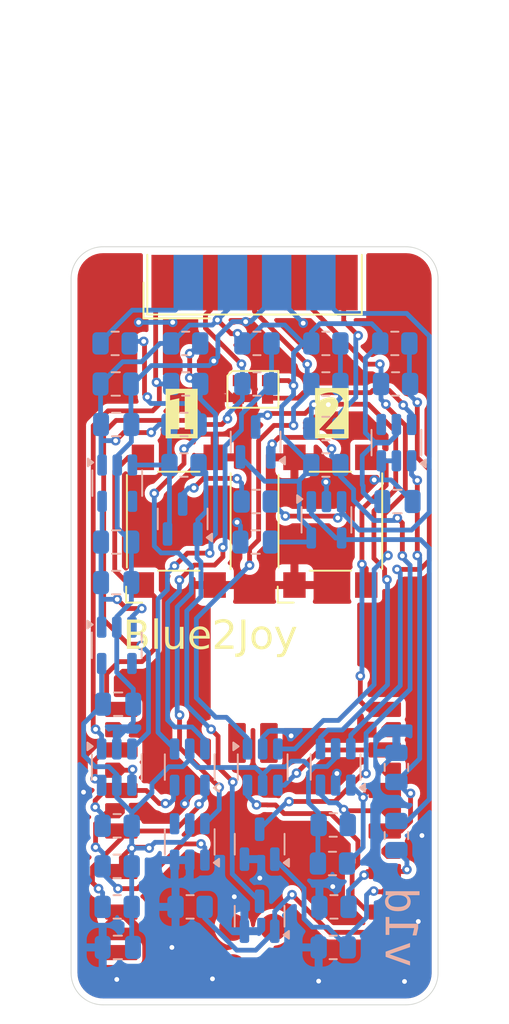
<source format=kicad_pcb>
(kicad_pcb (version 20241229) (generator "pcbnew") (generator_version "9.0")
  (layers (0 "F.Cu" signal) (2 "B.Cu" signal) (13 "F.Paste" user) (15 "B.Paste" user) (5 "F.SilkS" user "F.Silkscreen") (7 "B.SilkS" user "B.Silkscreen") (1 "F.Mask" user) (3 "B.Mask" user) (25 "Edge.Cuts" user))
  (net 0 "")
  (net 1 "+5V")
  (net 2 "GND")
  (net 3 "+3V3")
  (net 4 "/J_P1")
  (net 5 "/J_D2")
  (net 6 "/J_D1")
  (net 7 "/J_D3")
  (net 8 "/J_P0")
  (net 9 "/J_TRIG")
  (net 10 "/J_D0")
  (net 11 "Net-(Q1-D)")
  (net 12 "Net-(Q3-D)")
  (net 13 "Net-(Q4-D)")
  (net 14 "Net-(Q5-D)")
  (net 15 "/P0_FB")
  (net 16 "/P0_CHG")
  (net 17 "/P1_CHG")
  (net 18 "Net-(U6--)")
  (net 20 "/TRIG")
  (net 21 "/BTN1")
  (net 22 "/BTN2")
  (net 23 "/D2")
  (net 24 "/D3_FB")
  (net 26 "/D2_FB")
  (net 27 "/D0_FB")
  (net 28 "/D3")
  (net 31 "/D1")
  (net 32 "/D0")
  (net 33 "/D1_FB")
  (net 36 "Net-(U2-OUT)")
  (net 40 "/LED")
  (net 42 "Net-(D1-DIN)")
  (net 44 "Net-(R23-Pad1)")
  (net 45 "Net-(R22-Pad1)")
  (net 46 "Net-(R21-Pad1)")
  (net 47 "Net-(R11-Pad2)")
  (net 48 "Net-(R12-Pad2)")
  (footprint "Connector_Dsub:DSUB-9_Socket_EdgeMount_P2.77mm" (layer "F.Cu") (at 0 -0.254 180)
    (property "Reference" "J1" (hide yes))
    (property "Value" "DE9_Socket")
  )
  (footprint "Button_Switch_SMD:SW_SPST_Omron_B3FS-100xP" (layer "F.Cu") (at -4.75 14.696 90)
    (property "Reference" "SW1" (hide yes))
    (property "Value" "OMRON B3FS-1010")
  )
  (footprint "LED_SMD:LED_WS2812B-2020_PLCC4_2.0x2.0mm" (layer "F.Cu") (at -0.101 6.435)
    (property "Reference" "D1" (hide yes))
    (property "Value" "WS2812C-2020")
  )
  (footprint "Button_Switch_SMD:SW_SPST_Omron_B3FS-100xP" (layer "F.Cu") (at 4.75 14.696 90)
    (property "Reference" "SW2" (hide yes))
    (property "Value" "OMRON B3FS-1010")
  )
  (footprint "XIAO:XIAO-nRF52840-Plus-SMD" (layer "F.Cu") (at -0.0935 34.107823 -90)
    (property "Reference" "U1" (hide yes))
    (property "Value" "XIAO_nRF52840_Plus")
  )
  (footprint "Resistor_SMD:R_0805_2012Metric" (layer "B.Cu") (at -4.3161 6.096 180)
    (property "Reference" "R23" (hide yes))
    (property "Value" "1k")
  )
  (footprint "Package_TO_SOT_SMD:SOT-23-6" (layer "B.Cu") (at 8.89 9.7735 90)
    (property "Reference" "U10" (hide yes))
    (property "Value" "74HCT2G34GV")
  )
  (footprint "Package_TO_SOT_SMD:SOT-23" (layer "B.Cu") (at -4.506 14.5565 90)
    (property "Reference" "Q4" (hide yes))
    (property "Value" "SI2323DDS")
  )
  (footprint "Package_TO_SOT_SMD:SOT-23-5" (layer "B.Cu") (at -8.636 22.4735 -90)
    (property "Reference" "U9" (hide yes))
    (property "Value" "TOREX XC8110AA01MR")
  )
  (footprint "Package_TO_SOT_SMD:SOT-23-5" (layer "B.Cu") (at -8.6056 12.3135 -90)
    (property "Reference" "U2" (hide yes))
    (property "Value" "TPS73133DBV")
  )
  (footprint "Capacitor_SMD:C_0805_2012Metric" (layer "B.Cu") (at -8.702 6.096)
    (property "Reference" "C5" (hide yes))
    (property "Value" "10uF")
  )
  (footprint "Resistor_SMD:R_0805_2012Metric" (layer "B.Cu") (at 8.89 30.1225 90)
    (property "Reference" "R19" (hide yes))
    (property "Value" "10k")
  )
  (footprint "Resistor_SMD:R_0805_2012Metric" (layer "B.Cu") (at 4.9295 41.402)
    (property "Reference" "R10" (hide yes))
    (property "Value" "100k")
  )
  (footprint "Package_TO_SOT_SMD:SOT-23" (layer "B.Cu") (at 0.315 39.4485 90)
    (property "Reference" "Q1" (hide yes))
    (property "Value" "BSS138")
  )
  (footprint "Resistor_SMD:R_0805_2012Metric" (layer "B.Cu") (at -8.6125 38.862 180)
    (property "Reference" "R15" (hide yes))
    (property "Value" "10k")
  )
  (footprint "Resistor_SMD:R_0805_2012Metric" (layer "B.Cu") (at 4.8825 36.1442)
    (property "Reference" "R13" (hide yes))
    (property "Value" "10k")
  )
  (footprint "Resistor_SMD:R_0805_2012Metric" (layer "B.Cu") (at -4.4215 8.636)
    (property "Reference" "R12" (hide yes))
    (property "Value" "10k")
  )
  (footprint "Capacitor_SMD:C_0805_2012Metric" (layer "B.Cu") (at -8.5496 26.162)
    (property "Reference" "C8" (hide yes))
    (property "Value" "100n")
  )
  (footprint "Resistor_SMD:R_0805_2012Metric" (layer "B.Cu") (at 4.4685 8.89)
    (property "Reference" "R17" (hide yes))
    (property "Value" "1k8")
  )
  (footprint "Resistor_SMD:R_0805_2012Metric" (layer "B.Cu") (at 0.1505 3.556)
    (property "Reference" "R8" (hide yes))
    (property "Value" "10k")
  )
  (footprint "Capacitor_SMD:C_0805_2012Metric" (layer "B.Cu") (at -8.6716 8.636)
    (property "Reference" "C1" (hide yes))
    (property "Value" "1uF")
  )
  (footprint "Package_TO_SOT_SMD:SOT-23-6" (layer "B.Cu") (at 0.508 30.1045 -90)
    (property "Reference" "U3" (hide yes))
    (property "Value" "74LVC2G17DBV")
  )
  (footprint "Resistor_SMD:R_0805_2012Metric" (layer "B.Cu") (at 4.4685 3.556)
    (property "Reference" "R9" (hide yes))
    (property "Value" "10k")
  )
  (footprint "Resistor_SMD:R_0805_2012Metric" (layer "B.Cu") (at -4.0405 38.862)
    (property "Reference" "R6" (hide yes))
    (property "Value" "100k")
  )
  (footprint "Resistor_SMD:R_0805_2012Metric" (layer "B.Cu") (at 8.89 34.3935 -90)
    (property "Reference" "R2" (hide yes))
    (property "Value" "10k")
  )
  (footprint "Resistor_SMD:R_0805_2012Metric" (layer "B.Cu") (at 4.4685 11.176)
    (property "Reference" "R16" (hide yes))
    (property "Value" "2k2")
  )
  (footprint "Capacitor_SMD:C_0805_2012Metric" (layer "B.Cu") (at 8.956 13.462)
    (property "Reference" "C6" (hide yes))
    (property "Value" "100n")
  )
  (footprint "Resistor_SMD:R_0805_2012Metric" (layer "B.Cu") (at -4.318 3.556)
    (property "Reference" "R7" (hide yes))
    (property "Value" "10k")
  )
  (footprint "Package_TO_SOT_SMD:SOT-23" (layer "B.Cu") (at 0.3189 34.934373 90)
    (property "Reference" "Q3" (hide yes))
    (property "Value" "BSS138")
  )
  (footprint "Capacitor_SMD:C_0805_2012Metric" (layer "B.Cu") (at 0.066 16.002 180)
    (property "Reference" "C3" (hide yes))
    (property "Value" "1uF")
  )
  (footprint "Resistor_SMD:R_0805_2012Metric" (layer "B.Cu") (at -8.7395 3.556 180)
    (property "Reference" "R24" (hide yes))
    (property "Value" "1k")
  )
  (footprint "Resistor_SMD:R_0805_2012Metric" (layer "B.Cu") (at 8.7903 3.556)
    (property "Reference" "R11" (hide yes))
    (property "Value" "10k")
  )
  (footprint "Resistor_SMD:R_0805_2012Metric" (layer "B.Cu") (at -4.4215 11.176)
    (property "Reference" "R5" (hide yes))
    (property "Value" "2k2")
  )
  (footprint "Resistor_SMD:R_0805_2012Metric" (layer "B.Cu") (at -8.6125 36.322 180)
    (property "Reference" "R1" (hide yes))
    (property "Value" "10k")
  )
  (footprint "Package_TO_SOT_SMD:SOT-23-6" (layer "B.Cu") (at -4.064 34.7925 90)
    (property "Reference" "U8" (hide yes))
    (property "Value" "74LVC2G07DBV")
  )
  (footprint "Resistor_SMD:R_0805_2012Metric" (layer "B.Cu") (at 4.9765 38.862 180)
    (property "Reference" "R3" (hide yes))
    (property "Value" "10k")
  )
  (footprint "Resistor_SMD:R_0805_2012Metric" (layer "B.Cu") (at 4.9295 33.7312)
    (property "Reference" "R14" (hide yes))
    (property "Value" "10k")
  )
  (footprint "Resistor_SMD:R_0805_2012Metric" (layer "B.Cu") (at 4.4685 6.096 180)
    (property "Reference" "R21" (hide yes))
    (property "Value" "1k")
  )
  (footprint "Package_TO_SOT_SMD:SOT-23-5" (layer "B.Cu") (at 4.506 14.6105 -90)
    (property "Reference" "U6" (hide yes))
    (property "Value" "TLV9001IDBV")
  )
  (footprint "Package_TO_SOT_SMD:SOT-23-6" (layer "B.Cu") (at -8.636 30.1045 -90)
    (property "Reference" "U5" (hide yes))
    (property "Value" "74LVC2G17DBV")
  )
  (footprint "Capacitor_SMD:C_0805_2012Metric" (layer "B.Cu") (at -8.57 41.402 180)
    (property "Reference" "C4" (hide yes))
    (property "Value" "1uF")
  )
  (footprint "Package_TO_SOT_SMD:SOT-23" (layer "B.Cu") (at 0.066 9.7305 90)
    (property "Reference" "Q5" (hide yes))
    (property "Value" "SI2323DDS")
  )
  (footprint "Resistor_SMD:R_0805_2012Metric" (layer "B.Cu") (at -8.6125 33.782 180)
    (property "Reference" "R18" (hide yes))
    (property "Value" "10k")
  )
  (footprint "Resistor_SMD:R_0805_2012Metric" (layer "B.Cu") (at 0.1505 6.096 180)
    (property "Reference" "R22" (hide yes))
    (property "Value" "1k")
  )
  (footprint "Resistor_SMD:R_0805_2012Metric" (layer "B.Cu") (at 8.8373 6.096 180)
    (property "Reference" "R20" (hide yes))
    (property "Value" "1k")
  )
  (footprint "Package_TO_SOT_SMD:SOT-23-6" (layer "B.Cu") (at -4.064 30.1045 90)
    (property "Reference" "U4" (hide yes))
    (property "Value" "74LVC2G07DBV")
  )
  (footprint "Capacitor_SMD:C_0805_2012Metric" (layer "B.Cu") (at -8.6716 16.002)
    (property "Reference" "C2" (hide yes))
    (property "Value" "1uF")
  )
  (footprint "Resistor_SMD:R_0805_2012Metric" (layer "B.Cu") (at 0.1035 13.462)
    (property "Reference" "R4" (hide yes))
    (property "Value" "1k8")
  )
  (footprint "Package_TO_SOT_SMD:SOT-23-6" (layer "B.Cu") (at 5.08 30.0935 90)
    (property "Reference" "U7" (hide yes))
    (property "Value" "74LVC2G07DBV")
  )
  (footprint "Capacitor_SMD:C_0805_2012Metric" (layer "B.Cu") (at -8.6716 18.542)
    (property "Reference" "C7" (hide yes))
    (property "Value" "100n")
  )
  (gr_line (start -11.5 -0.5) (end -11.5 43) (stroke (width 0.05)) (layer "Edge.Cuts"))
  (gr_line (start -9.5 -2.5) (end 9.5 -2.5) (stroke (width 0.05)) (layer "Edge.Cuts"))
  (gr_arc (start -11.5 -0.5) (mid -10.914214 -1.914214) (end -9.5 -2.5) (stroke (width 0.05)) (layer "Edge.Cuts"))
  (gr_arc (start 9.5 -2.5) (mid 10.914214 -1.914214) (end 11.5 -0.5) (stroke (width 0.05)) (layer "Edge.Cuts"))
  (gr_line (start -9.5 45) (end 9.5 45) (stroke (width 0.05)) (layer "Edge.Cuts"))
  (gr_arc (start 11.5 43) (mid 10.914214 44.414214) (end 9.5 45) (stroke (width 0.05)) (layer "Edge.Cuts"))
  (gr_line (start 11.5 43) (end 11.5 -0.5) (stroke (width 0.05)) (layer "Edge.Cuts"))
  (gr_arc (start -9.5 45) (mid -10.914214 44.414214) (end -11.5 43) (stroke (width 0.05)) (layer "Edge.Cuts"))
  (gr_text "2" (at 3.81 9.652 0) (layer "F.SilkS" knockout) (effects (font (size 2.5 2.5) (thickness 0.1)) (justify left bottom)))
  (gr_text "Blue2Joy\n" (at -8.25 23 0) (layer "F.SilkS") (effects (font (size 1.8 1.8) (thickness 0.3)) (justify left bottom)))
  (gr_text "1" (at -5.715 9.652 0) (layer "F.SilkS" knockout) (effects (font (size 2.5 2.5) (thickness 0.1)) (justify left bottom)))
  (gr_text "v1d" (at 7.874 42.672 270) (layer "B.SilkS") (effects (font (size 2 2) (thickness 0.2)) (justify left bottom mirror)))
  (segment (start -6.489 9.144) (end -8.200861 9.144) (width 0.3) (layer "F.Cu") (net 1))
  (segment (start 2.1309 5.885) (end 2.4435 6.1976) (width 0.3) (layer "F.Cu") (net 1))
  (segment (start -1.0668 2.9464) (end -1.467812 2.9464) (width 0.3) (layer "F.Cu") (net 1))
  (segment (start -1.467812 2.9464) (end -2.328674 2.085538) (width 0.3) (layer "F.Cu") (net 1))
  (segment (start 0.814 5.885) (end 2.1309 5.885) (width 0.3) (layer "F.Cu") (net 1))
  (segment (start -8.200861 9.144) (end -8.706581 9.64972) (width 0.3) (layer "F.Cu") (net 1))
  (segment (start -6.477 9.132) (end -6.489 9.144) (width 0.3) (layer "F.Cu") (net 1))
  (via (at 2.4435 6.1976) (size 0.6) (drill 0.3) (layers "F.Cu" "B.Cu") (net 1))
  (via (at -1.0668 2.9464) (size 0.6) (drill 0.3) (layers "F.Cu" "B.Cu") (net 1))
  (via (at -8.706581 9.64972) (size 0.6) (drill 0.3) (layers "F.Cu" "B.Cu") (net 1))
  (via (at -6.477 9.132) (size 0.6) (drill 0.3) (layers "F.Cu" "B.Cu") (net 1))
  (via (at -2.328674 2.085538) (size 0.6) (drill 0.3) (layers "F.Cu" "B.Cu") (net 1))
  (segment (start 2.4435 4.156) (end 2.4435 6.766636) (width 0.3) (layer "B.Cu") (net 1))
  (segment (start 6.807 12.895804) (end 6.807 12.478279) (width 0.3) (layer "B.Cu") (net 1))
  (segment (start 7.8778 2.856) (end 7.8778 3.556) (width 0.3) (layer "B.Cu") (net 1))
  (segment (start -0.762 3.2512) (end -1.0668 2.9464) (width 0.3) (layer "B.Cu") (net 1))
  (segment (start -5.924339 3.556) (end -7.075339 4.707) (width 0.3) (layer "B.Cu") (net 1))
  (segment (start 7.5369 9.7495) (end 6.9445 9.1571) (width 0.3) (layer "B.Cu") (net 1))
  (segment (start -5.334 8.636) (end -5.981 8.636) (width 0.3) (layer "B.Cu") (net 1))
  (segment (start -5.981 8.636) (end -6.477 9.132) (width 0.3) (layer "B.Cu") (net 1))
  (segment (start 3.302 16.002) (end 3.556 15.748) (width 0.3) (layer "B.Cu") (net 1))
  (segment (start 3.556 3.556) (end 3.0435 3.556) (width 0.3) (layer "B.Cu") (net 1))
  (segment (start -1.385 1.141864) (end -2.648136 2.405) (width 0.3) (layer "B.Cu") (net 1))
  (segment (start 6.9445 4.4893) (end 7.8778 3.556) (width 0.3) (layer "B.Cu") (net 1))
  (segment (start 8.006 13.462) (end 7.373196 13.462) (width 0.3) (layer "B.Cu") (net 1))
  (segment (start 2.4435 6.766636) (end 1.6935 7.516636) (width 0.3) (layer "B.Cu") (net 1))
  (segment (start 7.5369 9.7975) (end 8.390999 9.7975) (width 0.3) (layer "B.Cu") (net 1))
  (segment (start 2.805 12.192) (end 2.805 12.627) (width 0.3) (layer "B.Cu") (net 1))
  (segment (start 8.89 8.636) (end 8.89 9.298499) (width 0.3) (layer "B.Cu") (net 1))
  (segment (start -8.263 4.707) (end -9.652 6.096) (width 0.3) (layer "B.Cu") (net 1))
  (segment (start 1.6935 7.516636) (end 1.6935 9.3135) (width 0.3) (layer "B.Cu") (net 1))
  (segment (start -5.334 11.176) (end -5.334 8.636) (width 0.3) (layer "B.Cu") (net 1))
  (segment (start 2.805 14.489) (end 3.556 15.24) (width 0.3) (layer "B.Cu") (net 1))
  (segment (start 3.556 3.556) (end 3.556 2.856) (width 0.3) (layer "B.Cu") (net 1))
  (segment (start -9.6216 8.636) (end -9.6216 9.64972) (width 0.3) (layer "B.Cu") (net 1))
  (segment (start -4.0795 2.405) (end -5.2305 3.556) (width 0.3) (layer "B.Cu") (net 1))
  (segment (start -7.6556 11.176) (end -5.334 11.176) (width 0.3) (layer "B.Cu") (net 1))
  (segment (start 0.503208 2.405) (end 1.8925 2.405) (width 0.3) (layer "B.Cu") (net 1))
  (segment (start 3.0435 3.556) (end 2.4435 4.156) (width 0.3) (layer "B.Cu") (net 1))
  (segment (start -5.2305 3.556) (end -5.924339 3.556) (width 0.3) (layer "B.Cu") (net 1))
  (segment (start 8.438999 9.7495) (end 7.5369 9.7495) (width 0.3) (layer "B.Cu") (net 1))
  (segment (start 0.64 12.192) (end 2.805 12.192) (width 0.3) (layer "B.Cu") (net 1))
  (segment (start 7.339725 2.317925) (end 7.8778 2.856) (width 0.3) (layer "B.Cu") (net 1))
  (segment (start 6.807 12.478279) (end 6.748998 12.420277) (width 0.3) (layer "B.Cu") (net 1))
  (segment (start -9.6216 9.64972) (end -8.706581 9.64972) (width 0.3) (layer "B.Cu") (net 1))
  (segment (start 8.390999 9.7975) (end 8.89 9.298499) (width 0.3) (layer "B.Cu") (net 1))
  (segment (start 4.094075 2.317925) (end 7.339725 2.317925) (width 0.3) (layer "B.Cu") (net 1))
  (segment (start -5.334 11.176) (end -5.334 15.372) (width 0.3) (layer "B.Cu") (net 1))
  (segment (start 1.6935 9.3135) (end 3.556 11.176) (width 0.3) (layer "B.Cu") (net 1))
  (segment (start 1.8925 2.405) (end 3.0435 3.556) (width 0.3) (layer "B.Cu") (net 1))
  (segment (start 6.748998 12.420277) (end 6.748998 10.585402) (width 0.3) (layer "B.Cu") (net 1))
  (segment (start -0.647792 3.556) (end 0.503208 2.405) (width 0.3) (layer "B.Cu") (net 1))
  (segment (start -2.648136 2.405) (end -4.0795 2.405) (width 0.3) (layer "B.Cu") (net 1))
  (segment (start 2.805 12.1302) (end 3.556 11.3792) (width 0.3) (layer "B.Cu") (net 1))
  (segment (start 3.556 2.856) (end 4.094075 2.317925) (width 0.3) (layer "B.Cu") (net 1))
  (segment (start 2.805 12.627) (end 2.805 12.1302) (width 0.3) (layer "B.Cu") (net 1))
  (segment (start 7.373196 13.462) (end 6.807 12.895804) (width 0.3) (layer "B.Cu") (net 1))
  (segment (start 6.748998 10.585402) (end 7.5369 9.7975) (width 0.3) (layer "B.Cu") (net 1))
  (segment (start 8.89 9.298499) (end 8.438999 9.7495) (width 0.3) (layer "B.Cu") (net 1))
  (segment (start -9.652 6.096) (end -9.652 8.6056) (width 0.3) (layer "B.Cu") (net 1))
  (segment (start 2.805 12.627) (end 2.805 14.489) (width 0.3) (layer "B.Cu") (net 1))
  (segment (start -9.6216 8.636) (end -9.6216 11.11) (width 0.3) (layer "B.Cu") (net 1))
  (segment (start -7.075339 4.707) (end -8.263 4.707) (width 0.3) (layer "B.Cu") (net 1))
  (segment (start -0.884 10.668) (end 0.64 12.192) (width 0.3) (layer "B.Cu") (net 1))
  (segment (start 1.016 16.002) (end 3.302 16.002) (width 0.3) (layer "B.Cu") (net 1))
  (segment (start 6.9445 9.1571) (end 6.9445 4.4893) (width 0.3) (layer "B.Cu") (net 1))
  (segment (start 3.556 11.3792) (end 3.556 11.176) (width 0.3) (layer "B.Cu") (net 1))
  (segment (start 4.4704 12.2428) (end 4.541709 12.171491) (width 0.3) (layer "F.Cu") (net 2))
  (segment (start 4.9022 37.592) (end 4.3434 37.0332) (width 0.3) (layer "F.Cu") (net 2))
  (segment (start 4.3434 37.0332) (end 0.3556 37.0332) (width 0.3) (layer "F.Cu") (net 2))
  (segment (start -1.327886 6.985) (end -2.556204 5.756682) (width 0.3) (layer "F.Cu") (net 2))
  (segment (start -1.016 6.985) (end -1.327886 6.985) (width 0.3) (layer "F.Cu") (net 2))
  (segment (start 0.2286 37.1094) (end 0.2286 36.957) (width 0.3) (layer "F.Cu") (net 2))
  (segment (start -5.7404 40.8432) (end -5.1816 41.402) (width 0.3) (layer "F.Cu") (net 2))
  (segment (start -5.7404 40.5892) (end -5.7404 40.8432) (width 0.3) (layer "F.Cu") (net 2))
  (segment (start -2.556204 5.756682) (end -2.556204 4.657396) (width 0.3) (layer "F.Cu") (net 2))
  (segment (start -3.3782 38.227) (end -1.27 38.227) (width 0.3) (layer "F.Cu") (net 2))
  (segment (start 4.0468 12.2428) (end 4.4704 12.2428) (width 0.3) (layer "F.Cu") (net 2))
  (segment (start 0.3556 37.0332) (end 0.3302 37.0586) (width 0.3) (layer "F.Cu") (net 2))
  (segment (start 0.2286 36.957) (end 0.3302 37.0586) (width 0.3) (layer "F.Cu") (net 2))
  (segment (start -1.27 38.227) (end -0.889 38.227) (width 0.3) (layer "F.Cu") (net 2))
  (segment (start -8.284777 39.187823) (end -6.8834 40.5892) (width 0.3) (layer "F.Cu") (net 2))
  (segment (start 7.437125 12.171491) (end 7.498998 12.109616) (width 0.3) (layer "F.Cu") (net 2))
  (segment (start -5.7404 40.5892) (end -3.3782 38.227) (width 0.3) (layer "F.Cu") (net 2))
  (segment (start -2.5 18.696) (end 0.254 18.696) (width 0.3) (layer "F.Cu") (net 2))
  (segment (start 2.5 10.696) (end 4.0468 12.2428) (width 0.3) (layer "F.Cu") (net 2))
  (segment (start -6.8834 40.5892) (end -5.7404 40.5892) (width 0.3) (layer "F.Cu") (net 2))
  (segment (start 4.541709 12.171491) (end 7.437125 12.171491) (width 0.3) (layer "F.Cu") (net 2))
  (segment (start -0.889 38.227) (end 0.2286 37.1094) (width 0.3) (layer "F.Cu") (net 2))
  (segment (start -2.5 18.696) (end 2.5 18.696) (width 0.3) (layer "F.Cu") (net 2))
  (segment (start 4.4704 12.2428) (end 4.5212 12.2936) (width 0.3) (layer "F.Cu") (net 2))
  (via (at -0.5588 2.1954) (size 0.6) (drill 0.3) (layers "F.Cu" "B.Cu") (net 2))
  (via (at 4.9022 37.592) (size 0.6) (drill 0.3) (layers "F.Cu" "B.Cu") (net 2))
  (via (at 2.292858 28.14248) (size 0.6) (drill 0.3) (layers "F.Cu" "B.Cu") (net 2))
  (via (at -1.27 38.227) (size 0.6) (drill 0.3) (layers "F.Cu" "B.Cu") (net 2))
  (via (at -4.378397 32.396054) (size 0.6) (drill 0.3) (layers "F.Cu" "B.Cu") (net 2))
  (via (at -2.556204 4.657396) (size 0.6) (drill 0.3) (layers "F.Cu" "B.Cu") (net 2))
  (via (at 10.4902 34.3916) (size 0.6) (drill 0.3) (layers "F.Cu" "B.Cu") (net 2))
  (via (at 10.2616 39.7764) (size 0.6) (drill 0.3) (layers "F.Cu" "B.Cu") (net 2))
  (via (at -5.1816 41.402) (size 0.6) (drill 0.3) (layers "F.Cu" "B.Cu") (net 2))
  (via (at 9.398 43.5356) (size 0.6) (drill 0.3) (layers "F.Cu" "B.Cu") (net 2))
  (via (at -7.2644 2.2352) (size 0.6) (drill 0.3) (layers "F.Cu" "B.Cu") (net 2))
  (via (at 3.048 2.286) (size 0.6) (drill 0.3) (layers "F.Cu" "B.Cu") (net 2))
  (via (at -5.1308 2.2352) (size 0.6) (drill 0.3) (layers "F.Cu" "B.Cu") (net 2))
  (via (at 5.160004 30.503258) (size 0.6) (drill 0.3) (layers "F.Cu" "B.Cu") (net 2))
  (via (at -10.7188 31.6738) (size 0.6) (drill 0.3) (layers "F.Cu" "B.Cu") (net 2))
  (via (at -2.638493 43.370902) (size 0.6) (drill 0.3) (layers "F.Cu" "B.Cu") (net 2))
  (via (at 4.4704 12.2428) (size 0.6) (drill 0.3) (layers "F.Cu" "B.Cu") (net 2))
  (via (at 7.498998 12.109616) (size 0.6) (drill 0.3) (layers "F.Cu" "B.Cu") (net 2))
  (via (at -8.636 43.4086) (size 0.6) (drill 0.3) (layers "F.Cu" "B.Cu") (net 2))
  (via (at 4.017 43.514) (size 0.6) (drill 0.3) (layers "F.Cu" "B.Cu") (net 2))
  (via (at -1.098006 14.761998) (size 0.6) (drill 0.3) (layers "F.Cu" "B.Cu") (net 2))
  (via (at 0.3302 37.0586) (size 0.6) (drill 0.3) (layers "F.Cu" "B.Cu") (net 2))
  (segment (start 8.001 12.109616) (end 8.001 10.972) (width 0.3) (layer "B.Cu") (net 2))
  (segment (start -2.638493 43.370902) (end -2.473795 43.5356) (width 0.3) (layer "B.Cu") (net 2))
  (segment (start -8.8392 43.4086) (end -8.636 43.4086) (width 0.3) (layer "B.Cu") (net 2))
  (segment (start 4.506 13.473) (end 4.506 12.2784) (width 0.3) (layer "B.Cu") (net 2))
  (segment (start -1.377875 2.1954) (end -2.298 3.115525) (width 0.3) (layer "B.Cu") (net 2))
  (segment (start 7.498998 12.109616) (end 8.001 12.109616) (width 0.3) (layer "B.Cu") (net 2))
  (segment (start -8.636 24.1776) (end -7.5996 25.214) (width 0.3) (layer "B.Cu") (net 2))
  (segment (start -8.636 20.6756) (end -8.636 21.336) (width 0.3) (layer "B.Cu") (net 2))
  (segment (start -7.7216 8.636) (end -7.7216 9.7254) (width 0.3) (layer "B.Cu") (net 2))
  (segment (start -2.556204 4.657396) (end -2.843808 4.945) (width 0.3) (layer "B.Cu") (net 2))
  (segment (start 2.003878 27.8535) (end 2.292858 28.14248) (width 0.3) (layer "B.Cu") (net 2))
  (segment (start -8.6056 11.176) (end -8.6056 15.118) (width 0.3) (layer "B.Cu") (net 2))
  (segment (start -5.1816 41.402) (end -4.7498 41.402) (width 0.3) (layer "B.Cu") (net 2))
  (segment (start -5.1816 41.4782) (end -5.1816 41.402) (width 0.3) (layer "B.Cu") (net 2))
  (segment (start -2.843808 4.945) (end -6.464811 4.945) (width 0.3) (layer "B.Cu") (net 2))
  (segment (start -0.5588 2.1954) (end -1.377875 2.1954) (width 0.3) (layer "B.Cu") (net 2))
  (segment (start 4.064 37.4142) (end 4.7244 37.4142) (width 0.3) (layer "B.Cu") (net 2))
  (segment (start 0.508 28.2337) (end 0.8882 27.8535) (width 0.3) (layer "B.Cu") (net 2))
  (segment (start -4.378397 32.218896) (end -4.378397 32.396054) (width 0.3) (layer "B.Cu") (net 2))
  (segment (start 4.0386 43.5356) (end 4.017 43.514) (width 0.3) (layer "B.Cu") (net 2))
  (segment (start -7.5996 25.214) (end -7.5996 26.162) (width 0.3) (layer "B.Cu") (net 2))
  (segment (start -4.064 31.904499) (end -4.378397 32.218896) (width 0.3) (layer "B.Cu") (net 2))
  (segment (start -4.064 31.242) (end -4.064 31.904499) (width 0.3) (layer "B.Cu") (net 2))
  (segment (start 3.9954 43.5356) (end 4.017 43.514) (width 0.3) (layer "B.Cu") (net 2))
  (segment (start -4.953 38.862) (end -6.4262 38.862) (width 0.3) (layer "B.Cu") (net 2))
  (segment (start 7.739 38.838969) (end 7.739 43.5182) (width 0.3) (layer "B.Cu") (net 2))
  (segment (start -7.7724 19.812) (end -8.636 20.6756) (width 0.3) (layer "B.Cu") (net 2))
  (segment (start 7.739 43.5182) (end 7.7216 43.5356) (width 0.3) (layer "B.Cu") (net 2))
  (segment (start 7.7216 43.5356) (end 4.0386 43.5356) (width 0.3) (layer "B.Cu") (net 2))
  (segment (start 4.506 12.2784) (end 4.4704 12.2428) (width 0.3) (layer "B.Cu") (net 2))
  (segment (start 7.739 30.361) (end 7.739 36.155487) (width 0.3) (layer "B.Cu") (net 2))
  (segment (start -0.6311 35.871873) (end 0.3302 35.871873) (width 0.3) (layer "B.Cu") (net 2))
  (segment (start -4.7498 41.402) (end -2.780898 43.370902) (width 0.3) (layer "B.Cu") (net 2))
  (segment (start -2.298 4.399192) (end -2.556204 4.657396) (width 0.3) (layer "B.Cu") (net 2))
  (segment (start -5.014 35.93) (end -4.064 35.93) (width 0.3) (layer "B.Cu") (net 2))
  (segment (start 8.553616 12.109616) (end 9.906 13.462) (width 0.3) (layer "B.Cu") (net 2))
  (segment (start -6.4262 40.1574) (end -5.1816 41.402) (width 0.3) (layer "B.Cu") (net 2))
  (segment (start -9.52 42.7278) (end -8.8392 43.4086) (width 0.3) (layer "B.Cu") (net 2))
  (segment (start -7.7216 19.761539) (end -7.772061 19.812) (width 0.3) (layer "B.Cu") (net 2))
  (segment (start -7.112 43.4086) (end -5.1816 41.4782) (width 0.3) (layer "B.Cu") (net 2))
  (segment (start -8.6056 15.118) (end -7.7216 16.002) (width 0.3) (layer "B.Cu") (net 2))
  (segment (start -2.298 3.115525) (end -2.298 4.399192) (width 0.3) (layer "B.Cu") (net 2))
  (segment (start 4.064 38.862) (end 4.064 37.4142) (width 0.3) (layer "B.Cu") (net 2))
  (segment (start -4.064 35.93) (end -4.064 36.83) (width 0.3) (layer "B.Cu") (net 2))
  (segment (start -2.473795 43.5356) (end 3.9954 43.5356) (width 0.3) (layer "B.Cu") (net 2))
  (segment (start -7.747 6.101) (end -7.747 8.6106) (width 0.3) (layer "B.Cu") (net 2))
  (segment (start 4.017 41.402) (end 4.017 43.514) (width 0.3) (layer "B.Cu") (net 2))
  (segment (start -5.1308 2.2352) (end -7.2644 2.2352) (width 0.3) (layer "B.Cu") (net 2))
  (segment (start -2.780898 43.370902) (end -2.638493 43.370902) (width 0.3) (layer "B.Cu") (net 2))
  (segment (start 9.398 43.5356) (end 7.7216 43.5356) (width 0.3) (layer "B.Cu") (net 2))
  (segment (start 0.3302 35.871873) (end 0.3302 37.0586) (width 0.3) (layer "B.Cu") (net 2))
  (segment (start -0.884 14.976004) (end -1.098006 14.761998) (width 0.3) (layer "B.Cu") (net 2))
  (segment (start -0.635 38.862) (end -1.27 38.227) (width 0.3) (layer "B.Cu") (net 2))
  (segment (start 7.94 10.911) (end 8.89 10.911) (width 0.3) (layer "B.Cu") (net 2))
  (segment (start -7.5996 26.162) (end -7.5996 27.2846) (width 0.3) (layer "B.Cu") (net 2))
  (segment (start 5.08 30.583262) (end 5.160004 30.503258) (width 0.3) (layer "B.Cu") (net 2))
  (segment (start -8.636 43.4086) (end -7.112 43.4086) (width 0.3) (layer "B.Cu") (net 2))
  (segment (start 8.544985 36.961472) (end 8.544985 38.032984) (width 0.3) (layer "B.Cu") (net 2))
  (segment (start -0.884 16.002) (end -0.884 14.976004) (width 0.3) (layer "B.Cu") (net 2))
  (segment (start -4.064 36.83) (end -4.953 37.719) (width 0.3) (layer "B.Cu") (net 2))
  (segment (start -8.636 21.336) (end -8.636 24.1776) (width 0.3) (layer "B.Cu") (net 2))
  (segment (start -8.636 28.321) (end -8.636 28.967) (width 0.3) (layer "B.Cu") (net 2))
  (segment (start 0.508 28.967) (end 0.508 28.2337) (width 0.3) (layer "B.Cu") (net 2))
  (segment (start -7.7216 18.542) (end -7.7216 19.761539) (width 0.3) (layer "B.Cu") (net 2))
  (segment (start 1.385 0.623) (end 3.048 2.286) (width 0.3) (layer "B.Cu") (net 2))
  (segment (start 0.8882 27.8535) (end 2.003878 27.8535) (width 0.3) (layer "B.Cu") (net 2))
  (segment (start -6.4262 38.862) (end -6.4262 40.1574) (width 0.3) (layer "B.Cu") (net 2))
  (segment (start 8.89 29.21) (end 7.739 30.361) (width 0.3) (layer "B.Cu") (net 2))
  (segment (start 8.544985 38.032984) (end 7.739 38.838969) (width 0.3) (layer "B.Cu") (net 2))
  (segment (start -7.7216 16.002) (end -7.7216 18.542) (width 0.3) (layer "B.Cu") (net 2))
  (segment (start 1.385 0.562667) (end -0.247733 2.1954) (width 0.3) (layer "B.Cu") (net 2))
  (segment (start -6.464811 4.945) (end -7.615811 6.096) (width 0.3) (layer "B.Cu") (net 2))
  (segment (start -7.7216 9.7254) (end -8.6056 10.6094) (width 0.3) (layer "B.Cu") (net 2))
  (segment (start -0.247733 2.1954) (end -0.5588 2.1954) (width 0.3) (layer "B.Cu") (net 2))
  (segment (start -0.635 40.386) (end -0.635 38.862) (width 0.3) (layer "B.Cu") (net 2))
  (segment (start 5.08 31.231) (end 5.08 30.583262) (width 0.3) (layer "B.Cu") (net 2))
  (segment (start -8.6056 10.6094) (end -8.6056 11.176) (width 0.3) (layer "B.Cu") (net 2))
  (segment (start -4.953 37.719) (end -4.953 38.862) (width 0.3) (layer "B.Cu") (net 2))
  (segment (start 7.498998 12.109616) (end 8.553616 12.109616) (width 0.3) (layer "B.Cu") (net 2))
  (segment (start -7.772061 19.812) (end -7.7724 19.812) (width 0.3) (layer "B.Cu") (net 2))
  (segment (start 4.7244 37.4142) (end 4.9022 37.592) (width 0.3) (layer "B.Cu") (net 2))
  (segment (start 7.739 36.155487) (end 8.544985 36.961472) (width 0.3) (layer "B.Cu") (net 2))
  (segment (start -7.5996 27.2846) (end -8.636 28.321) (width 0.3) (layer "B.Cu") (net 2))
  (segment (start -9.52 41.402) (end -9.52 42.7278) (width 0.3) (layer "B.Cu") (net 2))
  (segment (start -7.696411 35.182823) (end -7.641788 35.1282) (width 0.3) (layer "F.Cu") (net 3))
  (segment (start -8.3485 36.647823) (end -8.3485 35.7805) (width 0.3) (layer "F.Cu") (net 3))
  (segment (start -7.641788 35.1282) (end -6.6548 35.1282) (width 0.3) (layer "F.Cu") (net 3))
  (segment (start -6.6548 35.1282) (end -6.604 35.179) (width 0.3) (layer "F.Cu") (net 3))
  (segment (start -8.3485 35.7805) (end -7.750823 35.182823) (width 0.3) (layer "F.Cu") (net 3))
  (segment (start -7.750823 35.182823) (end -7.696411 35.182823) (width 0.3) (layer "F.Cu") (net 3))
  (via (at -7.696411 35.182823) (size 0.6) (drill 0.3) (layers "F.Cu" "B.Cu") (net 3))
  (via (at -6.604 35.179) (size 0.6) (drill 0.3) (layers "F.Cu" "B.Cu") (net 3))
  (segment (start -6.430771 31.142171) (end -6.430771 31.703771) (width 0.3) (layer "B.Cu") (net 3))
  (segment (start 3.593761 30.2191) (end 3.6253 30.2191) (width 0.3) (layer "B.Cu") (net 3))
  (segment (start -4.563001 34.8165) (end -6.2415 34.8165) (width 0.3) (layer "B.Cu") (net 3))
  (segment (start -4.064 28.967) (end -4.064 29.629499) (width 0.3) (layer "B.Cu") (net 3))
  (segment (start -4.515001 30.0805) (end -5.3691 30.0805) (width 0.3) (layer "B.Cu") (net 3))
  (segment (start 0.508 31.242) (end 0.508 30.579501) (width 0.3) (layer "B.Cu") (net 3))
  (segment (start -10.7145 27.3769) (end -10.7145 29.3551) (width 0.3) (layer "B.Cu") (net 3))
  (segment (start -7.692588 35.179) (end -6.604 35.179) (width 0.3) (layer "B.Cu") (net 3))
  (segment (start -4.064 33.655) (end -4.064 34.317499) (width 0.3) (layer "B.Cu") (net 3))
  (segment (start -4.064 34.317499) (end -4.563001 34.8165) (width 0.3) (layer "B.Cu") (net 3))
  (segment (start 4.017 32.973) (end 4.017 33.7312) (width 0.3) (layer "B.Cu") (net 3))
  (segment (start -8.636 32.004) (end -7.7 32.94) (width 0.3) (layer "B.Cu") (net 3))
  (segment (start -7.7 32.973) (end -7.7 33.782) (width 0.3) (layer "B.Cu") (net 3))
  (segment (start 2.322451 29.73) (end 3.104661 29.73) (width 0.3) (layer "B.Cu") (net 3))
  (segment (start -6.2415 34.8165) (end -6.604 35.179) (width 0.3) (layer "B.Cu") (net 3))
  (segment (start -9.4996 26.162) (end -10.7145 27.3769) (width 0.3) (layer "B.Cu") (net 3))
  (segment (start -7.7 38.862) (end -7.7 41.322) (width 0.3) (layer "B.Cu") (net 3))
  (segment (start 5.08 28.956) (end 5.08 29.5226) (width 0.3) (layer "B.Cu") (net 3))
  (segment (start -7.696411 35.182823) (end -7.692588 35.179) (width 0.3) (layer "B.Cu") (net 3))
  (segment (start -9.9891 30.0805) (end -9.135001 30.0805) (width 0.3) (layer "B.Cu") (net 3))
  (segment (start -5.3691 30.0805) (end -6.430771 31.142171) (width 0.3) (layer "B.Cu") (net 3))
  (segment (start 5.08 29.5226) (end 4.5331 30.0695) (width 0.3) (layer "B.Cu") (net 3))
  (segment (start 3.7749 30.0695) (end 3.379 30.4654) (width 0.3) (layer "B.Cu") (net 3))
  (segment (start -7.7 36.322) (end -7.7 38.862) (width 0.3) (layer "B.Cu") (net 3))
  (segment (start 3.379 32.335) (end 4.017 32.973) (width 0.3) (layer "B.Cu") (net 3))
  (segment (start -7.7 35.186412) (end -7.696411 35.182823) (width 0.3) (layer "B.Cu") (net 3))
  (segment (start 1.007001 30.0805) (end 1.971951 30.0805) (width 0.3) (layer "B.Cu") (net 3))
  (segment (start 3.104661 29.73) (end 3.593761 30.2191) (width 0.3) (layer "B.Cu") (net 3))
  (segment (start -9.586 23.611) (end -9.586 26.0756) (width 0.3) (layer "B.Cu") (net 3))
  (segment (start -9.135001 30.0805) (end -8.636 30.579501) (width 0.3) (layer "B.Cu") (net 3))
  (segment (start -8.636 30.579501) (end -8.636 31.242) (width 0.3) (layer "B.Cu") (net 3))
  (segment (start -3.564999 30.1285) (end 0.056999 30.1285) (width 0.3) (layer "B.Cu") (net 3))
  (segment (start -7.7 36.322) (end -7.7 35.186412) (width 0.3) (layer "B.Cu") (net 3))
  (segment (start -6.430771 31.703771) (end -7.7 32.973) (width 0.3) (layer "B.Cu") (net 3))
  (segment (start -10.7145 29.3551) (end -9.9891 30.0805) (width 0.3) (layer "B.Cu") (net 3))
  (segment (start -4.064 29.629499) (end -4.515001 30.0805) (width 0.3) (layer "B.Cu") (net 3))
  (segment (start 1.971951 30.0805) (end 2.322451 29.73) (width 0.3) (layer "B.Cu") (net 3))
  (segment (start -8.636 31.242) (end -8.636 32.004) (width 0.3) (layer "B.Cu") (net 3))
  (segment (start 3.379 30.4654) (end 3.379 32.335) (width 0.3) (layer "B.Cu") (net 3))
  (segment (start -7.7 35.179234) (end -7.696411 35.182823) (width 0.3) (layer "B.Cu") (net 3))
  (segment (start -7.7 32.94) (end -7.7 33.782) (width 0.3) (layer "B.Cu") (net 3))
  (segment (start 0.508 30.579501) (end 1.007001 30.0805) (width 0.3) (layer "B.Cu") (net 3))
  (segment (start -4.064 29.629499) (end -3.564999 30.1285) (width 0.3) (layer "B.Cu") (net 3))
  (segment (start -7.7 33.782) (end -7.7 35.179234) (width 0.3) (layer "B.Cu") (net 3))
  (segment (start 0.056999 30.1285) (end 0.508 30.579501) (width 0.3) (layer "B.Cu") (net 3))
  (segment (start 4.5331 30.0695) (end 3.7749 30.0695) (width 0.3) (layer "B.Cu") (net 3))
  (segment (start 3.97 36.1442) (end 3.97 33.7782) (width 0.3) (layer "B.Cu") (net 3))
  (segment (start 5.588 2.162575) (end 6.49335 3.067925) (width 0.3) (layer "F.Cu") (net 4))
  (segment (start 5.588 -0.206) (end 5.588 2.162575) (width 0.3) (layer "F.Cu") (net 4))
  (via (at 6.49335 3.067925) (size 0.6) (drill 0.3) (layers "F.Cu" "B.Cu") (net 4))
  (segment (start 5.381 7.907944) (end 5.381 8.89) (width 0.3) (layer "B.Cu") (net 4))
  (segment (start 6.3445 6.944444) (end 5.381 7.907944) (width 0.3) (layer "B.Cu") (net 4))
  (segment (start 6.49335 3.067925) (end 6.3445 3.216775) (width 0.3) (layer "B.Cu") (net 4))
  (segment (start 6.3445 3.216775) (end 6.3445 6.944444) (width 0.3) (layer "B.Cu") (net 4))
  (segment (start 0 -0.254) (end 0 1.554) (width 0.3) (layer "F.Cu") (net 5))
  (segment (start 2.4435 8.695) (end 1.214722 8.695) (width 0.3) (layer "F.Cu") (net 5))
  (segment (start 0 1.554) (end 3.302 4.856) (width 0.3) (layer "F.Cu") (net 5))
  (segment (start 0.254 15.869213) (end -0.311846 16.435059) (width 0.3) (layer "F.Cu") (net 5))
  (segment (start -0.311846 16.435059) (end -0.311846 17.459401) (width 0.3) (layer "F.Cu") (net 5))
  (segment (start 0.254 9.655722) (end 0.254 15.869213) (width 0.3) (layer "F.Cu") (net 5))
  (segment (start 1.214722 8.695) (end 0.254 9.655722) (width 0.3) (layer "F.Cu") (net 5))
  (via (at 3.302 4.856) (size 0.6) (drill 0.3) (layers "F.Cu" "B.Cu") (net 5))
  (via (at -0.311846 17.459401) (size 0.6) (drill 0.3) (layers "F.Cu" "B.Cu") (net 5))
  (via (at 2.4435 8.695) (size 0.6) (drill 0.3) (layers "F.Cu" "B.Cu") (net 5))
  (segment (start -1.763932 26.982569) (end -2.426431 26.982569) (width 0.3) (layer "B.Cu") (net 5))
  (segment (start -0.442 28.304501) (end -1.763932 26.982569) (width 0.3) (layer "B.Cu") (net 5))
  (segment (start 3.556 6.502664) (end 2.4435 7.615164) (width 0.3) (layer "B.Cu") (net 5))
  (segment (start 2.4435 7.615164) (end 2.4435 8.695) (width 0.3) (layer "B.Cu") (net 5))
  (segment (start -3.6486 20.7936) (end -0.314401 17.459401) (width 0.3) (layer "B.Cu") (net 5))
  (segment (start -0.442 28.967) (end -0.442 28.304501) (width 0.3) (layer "B.Cu") (net 5))
  (segment (start -0.314401 17.459401) (end -0.311846 17.459401) (width 0.3) (layer "B.Cu") (net 5))
  (segment (start -2.426431 26.982569) (end -3.6486 25.7604) (width 0.3) (layer "B.Cu") (net 5))
  (segment (start 3.302 4.856) (end 3.302 5.842) (width 0.3) (layer "B.Cu") (net 5))
  (segment (start -3.6486 25.7604) (end -3.6486 20.7936) (width 0.3) (layer "B.Cu") (net 5))
  (segment (start -8.680661 8.382) (end -3.768834 8.382) (width 0.3) (layer "F.Cu") (net 6))
  (segment (start -7.105971 22.47911) (end -7.182281 22.4028) (width 0.3) (layer "F.Cu") (net 6))
  (segment (start -2.77 -0.254) (end -2.77 1.466202) (width 0.3) (layer "F.Cu") (net 6))
  (segment (start -7.9248 22.4028) (end -9.456581 20.871019) (width 0.3) (layer "F.Cu") (net 6))
  (segment (start -7.182281 22.4028) (end -7.9248 22.4028) (width 0.3) (layer "F.Cu") (net 6))
  (segment (start -9.456581 20.871019) (end -9.456581 9.15792) (width 0.3) (layer "F.Cu") (net 6))
  (segment (start -3.078647 1.774849) (end -3.078647 2.598353) (width 0.3) (layer "F.Cu") (net 6))
  (segment (start -3.768834 8.382) (end -3.514834 8.636) (width 0.3) (layer "F.Cu") (net 6))
  (segment (start -3.514834 8.636) (end -2.056667 8.636) (width 0.3) (layer "F.Cu") (net 6))
  (segment (start -2.77 1.466202) (end -3.078647 1.774849) (width 0.3) (layer "F.Cu") (net 6))
  (segment (start -3.078647 2.598353) (end -0.821 4.856) (width 0.3) (layer "F.Cu") (net 6))
  (segment (start -2.056667 8.636) (end -1.698 8.277333) (width 0.3) (layer "F.Cu") (net 6))
  (segment (start -9.456581 9.15792) (end -8.680661 8.382) (width 0.3) (layer "F.Cu") (net 6))
  (via (at -7.105971 22.47911) (size 0.6) (drill 0.3) (layers "F.Cu" "B.Cu") (net 6))
  (via (at -1.698 8.277333) (size 0.6) (drill 0.3) (layers "F.Cu" "B.Cu") (net 6))
  (via (at -0.821 4.856) (size 0.6) (drill 0.3) (layers "F.Cu" "B.Cu") (net 6))
  (segment (start -0.762 6.096) (end -0.762 7.071058) (width 0.3) (layer "B.Cu") (net 6))
  (segment (start -0.762 4.915) (end -0.821 4.856) (width 0.3) (layer "B.Cu") (net 6))
  (segment (start -0.762 6.096) (end -0.762 4.915) (width 0.3) (layer "B.Cu") (net 6))
  (segment (start -7.686 28.967) (end -6.649476 27.930476) (width 0.3) (layer "B.Cu") (net 6))
  (segment (start -6.649476 22.935605) (end -7.105971 22.47911) (width 0.3) (layer "B.Cu") (net 6))
  (segment (start -1.698 8.007058) (end -1.698 8.277333) (width 0.3) (layer "B.Cu") (net 6))
  (segment (start -0.762 7.071058) (end -1.698 8.007058) (width 0.3) (layer "B.Cu") (net 6))
  (segment (start -6.649476 27.930476) (end -6.649476 22.935605) (width 0.3) (layer "B.Cu") (net 6))
  (segment (start 8.362439 16.844) (end 8.134982 16.616543) (width 0.3) (layer "F.Cu") (net 7))
  (segment (start 7.063333 4.856) (end 7.854448 4.856) (width 0.3) (layer "F.Cu") (net 7))
  (segment (start 2.77 0.562667) (end 7.063333 4.856) (width 0.3) (layer "F.Cu") (net 7))
  (segment (start 9.449 8.687) (end 8.2296 7.4676) (width 0.3) (layer "F.Cu") (net 7))
  (segment (start 9.449 12.941324) (end 9.449 8.687) (width 0.3) (layer "F.Cu") (net 7))
  (segment (start 8.134982 14.255342) (end 9.449 12.941324) (width 0.3) (layer "F.Cu") (net 7))
  (segment (start 8.2296 7.4676) (end 8.2296 7.366) (width 0.3) (layer "F.Cu") (net 7))
  (segment (start 8.134982 16.616543) (end 8.134982 14.255342) (width 0.3) (layer "F.Cu") (net 7))
  (via (at 7.854448 4.856) (size 0.6) (drill 0.3) (layers "F.Cu" "B.Cu") (net 7))
  (via (at 8.362439 16.844) (size 0.6) (drill 0.3) (layers "F.Cu" "B.Cu") (net 7))
  (via (at 8.2296 7.366) (size 0.6) (drill 0.3) (layers "F.Cu" "B.Cu") (net 7))
  (segment (start 2.529 28.967) (end 4.318 27.178) (width 0.3) (layer "B.Cu") (net 7))
  (segment (start 5.251661 27.178) (end 7.493 24.936661) (width 0.3) (layer "B.Cu") (net 7))
  (segment (start 7.493 24.936661) (end 7.493 17.713439) (width 0.3) (layer "B.Cu") (net 7))
  (segment (start 4.318 27.178) (end 5.251661 27.178) (width 0.3) (layer "B.Cu") (net 7))
  (segment (start 1.458 28.967) (end 2.529 28.967) (width 0.3) (layer "B.Cu") (net 7))
  (segment (start 7.493 17.713439) (end 8.362439 16.844) (width 0.3) (layer "B.Cu") (net 7))
  (segment (start 7.9248 7.0612) (end 8.2296 7.366) (width 0.3) (layer "B.Cu") (net 7))
  (segment (start 7.9248 6.096) (end 7.9248 7.0612) (width 0.3) (layer "B.Cu") (net 7))
  (segment (start 7.9248 4.926352) (end 7.854448 4.856) (width 0.3) (layer "B.Cu") (net 7))
  (segment (start 7.9248 6.096) (end 7.9248 4.926352) (width 0.3) (layer "B.Cu") (net 7))
  (segment (start 5.099199 14.3764) (end 5.213751 14.490952) (width 0.3) (layer "F.Cu") (net 8))
  (segment (start 1.9304 14.3764) (end 5.099199 14.3764) (width 0.3) (layer "F.Cu") (net 8))
  (via (at 1.9304 14.3764) (size 0.6) (drill 0.3) (layers "F.Cu" "B.Cu") (net 8))
  (via (at 5.213751 14.490952) (size 0.6) (drill 0.3) (layers "F.Cu" "B.Cu") (net 8))
  (segment (start 5.456 13.473) (end 5.456 14.135499) (width 0.3) (layer "B.Cu") (net 8))
  (segment (start 9.841692 15.2496) (end 10.949 14.142292) (width 0.3) (layer "B.Cu") (net 8))
  (segment (start 5.2324 1.6764) (end 4.155 0.599) (width 0.3) (layer "B.Cu") (net 8))
  (segment (start 1.016 13.462) (end 1.9304 14.3764) (width 0.3) (layer "B.Cu") (net 8))
  (segment (start 10.949 14.142292) (end 10.949 3.091408) (width 0.3) (layer "B.Cu") (net 8))
  (segment (start 6.570101 15.2496) (end 9.841692 15.2496) (width 0.3) (layer "B.Cu") (net 8))
  (segment (start 4.155 0.599) (end 4.155 -0.254) (width 0.3) (layer "B.Cu") (net 8))
  (segment (start 5.456 14.135499) (end 6.570101 15.2496) (width 0.3) (layer "B.Cu") (net 8))
  (segment (start 5.456 14.248703) (end 5.213751 14.490952) (width 0.3) (layer "B.Cu") (net 8))
  (segment (start 9.533992 1.6764) (end 5.2324 1.6764) (width 0.3) (layer "B.Cu") (net 8))
  (segment (start 10.949 3.091408) (end 9.533992 1.6764) (width 0.3) (layer "B.Cu") (net 8))
  (segment (start 5.456 13.473) (end 5.456 14.248703) (width 0.3) (layer "B.Cu") (net 8))
  (segment (start -4.155 -0.254) (end -4.155 0.6498) (width 0.3) (layer "B.Cu") (net 9))
  (segment (start -4.155 0.6498) (end -4.9784 1.4732) (width 0.3) (layer "B.Cu") (net 9))
  (segment (start -7.6708 1.4732) (end -9.652 3.4544) (width 0.3) (layer "B.Cu") (net 9))
  (segment (start -9.652 3.4544) (end -9.652 3.556) (width 0.3) (layer "B.Cu") (net 9))
  (segment (start -4.9784 1.4732) (end -7.6708 1.4732) (width 0.3) (layer "B.Cu") (net 9))
  (segment (start -6.011377 5.9944) (end -6.1468 5.9944) (width 0.3) (layer "F.Cu") (net 10))
  (segment (start -10.113 27.585105) (end -10.113 8.716) (width 0.3) (layer "F.Cu") (net 10))
  (segment (start -10.113 8.716) (end -9.179 7.782) (width 0.3) (layer "F.Cu") (net 10))
  (segment (start -5.969 7.366) (end -5.969 6.036777) (width 0.3) (layer "F.Cu") (net 10))
  (segment (start -5.969 6.036777) (end -6.011377 5.9944) (width 0.3) (layer "F.Cu") (net 10))
  (segment (start -6.1976 0.4036) (end -6.1976 5.857423) (width 0.3) (layer "F.Cu") (net 10))
  (segment (start -5.969 0.175) (end -6.1976 0.4036) (width 0.3) (layer "F.Cu") (net 10))
  (segment (start -6.060623 5.9944) (end -6.1468 5.9944) (width 0.3) (layer "F.Cu") (net 10))
  (segment (start -6.1976 5.857423) (end -6.060623 5.9944) (width 0.3) (layer "F.Cu") (net 10))
  (segment (start -9.179 7.782) (end -6.385 7.782) (width 0.3) (layer "F.Cu") (net 10))
  (segment (start -9.9645 27.733605) (end -10.113 27.585105) (width 0.3) (layer "F.Cu") (net 10))
  (segment (start -6.385 7.782) (end -5.969 7.366) (width 0.3) (layer "F.Cu") (net 10))
  (via (at -6.1468 5.9944) (size 0.6) (drill 0.3) (layers "F.Cu" "B.Cu") (net 10))
  (via (at -9.9645 27.733605) (size 0.6) (drill 0.3) (layers "F.Cu" "B.Cu") (net 10))
  (segment (start -6.0452 6.096) (end -6.1468 5.9944) (width 0.3) (layer "B.Cu") (net 10))
  (segment (start -9.586 28.967) (end -9.586 28.112105) (width 0.3) (layer "B.Cu") (net 10))
  (segment (start -9.586 28.112105) (end -9.9645 27.733605) (width 0.3) (layer "B.Cu") (net 10))
  (segment (start -5.2286 6.096) (end -6.0452 6.096) (width 0.3) (layer "B.Cu") (net 10))
  (segment (start -1.365825 31.019175) (end -2.286 30.099) (width 0.3) (layer "F.Cu") (net 11))
  (segment (start -2.286 28.167739) (end -2.72117 27.732569) (width 0.3) (layer "F.Cu") (net 11))
  (segment (start -2.286 30.099) (end -2.286 28.167739) (width 0.3) (layer "F.Cu") (net 11))
  (segment (start -1.365825 31.044134) (end -1.365825 31.019175) (width 0.3) (layer "F.Cu") (net 11))
  (via (at -2.72117 27.732569) (size 0.6) (drill 0.3) (layers "F.Cu" "B.Cu") (net 11))
  (via (at -1.365825 31.044134) (size 0.6) (drill 0.3) (layers "F.Cu" "B.Cu") (net 11))
  (segment (start -3.509 11.176) (end -3.049 11.636) (width 0.3) (layer "B.Cu") (net 11))
  (segment (start -2.747431 27.732569) (end -2.72117 27.732569) (width 0.3) (layer "B.Cu") (net 11))
  (segment (start -3.6068 15.5448) (end -3.6068 17.007672) (width 0.3) (layer "B.Cu") (net 11))
  (segment (start -3.049 14.098) (end -3.556 14.605) (width 0.3) (layer "B.Cu") (net 11))
  (segment (start 0.315 38.511) (end -1.397 36.799) (width 0.3) (layer "B.Cu") (net 11))
  (segment (start -3.6068 17.007672) (end -3.361 17.253472) (width 0.3) (layer "B.Cu") (net 11))
  (segment (start -3.049 11.636) (end -3.049 14.098) (width 0.3) (layer "B.Cu") (net 11))
  (segment (start -4.2486 20.316232) (end -4.2486 26.2314) (width 0.3) (layer "B.Cu") (net 11))
  (segment (start -4.2486 26.2314) (end -2.747431 27.732569) (width 0.3) (layer "B.Cu") (net 11))
  (segment (start -1.397 36.799) (end -1.397 31.075309) (width 0.3) (layer "B.Cu") (net 11))
  (segment (start -3.556 15.494) (end -3.6068 15.5448) (width 0.3) (layer "B.Cu") (net 11))
  (segment (start -3.556 14.605) (end -3.556 15.494) (width 0.3) (layer "B.Cu") (net 11))
  (segment (start -3.361 19.428632) (end -4.2486 20.316232) (width 0.3) (layer "B.Cu") (net 11))
  (segment (start -3.361 17.253472) (end -3.361 19.428632) (width 0.3) (layer "B.Cu") (net 11))
  (segment (start -1.397 31.075309) (end -1.365825 31.044134) (width 0.3) (layer "B.Cu") (net 11))
  (segment (start 2.168366 32.258) (end 2.160025 32.266341) (width 0.3) (layer "F.Cu") (net 12))
  (segment (start 1.525384 9.445) (end 1.103692 9.866692) (width 0.3) (layer "F.Cu") (net 12))
  (segment (start 9.262121 16.868006) (end 9.262121 14.810336) (width 0.3) (layer "F.Cu") (net 12))
  (segment (start 4.826 10.16) (end 4.111 9.445) (width 0.3) (layer "F.Cu") (net 12))
  (segment (start 6.989 30.508959) (end 6.78438 30.508959) (width 0.3) (layer "F.Cu") (net 12))
  (segment (start 6.78438 30.508959) (end 5.035339 32.258) (width 0.3) (layer "F.Cu") (net 12))
  (segment (start 5.035339 32.258) (end 2.168366 32.258) (width 0.3) (layer "F.Cu") (net 12))
  (segment (start 9.262121 14.810336) (end 8.951385 14.4996) (width 0.3) (layer "F.Cu") (net 12))
  (segment (start 4.111 9.445) (end 1.525384 9.445) (width 0.3) (layer "F.Cu") (net 12))
  (via (at 2.160025 32.266341) (size 0.6) (drill 0.3) (layers "F.Cu" "B.Cu") (net 12))
  (via (at 1.103692 9.866692) (size 0.6) (drill 0.3) (layers "F.Cu" "B.Cu") (net 12))
  (via (at 8.951385 14.4996) (size 0.6) (drill 0.3) (layers "F.Cu" "B.Cu") (net 12))
  (via (at 4.826 10.16) (size 0.6) (drill 0.3) (layers "F.Cu" "B.Cu") (net 12))
  (via (at 6.989 30.508959) (size 0.6) (drill 0.3) (layers "F.Cu" "B.Cu") (net 12))
  (via (at 9.262121 16.868006) (size 0.6) (drill 0.3) (layers "F.Cu" "B.Cu") (net 12))
  (segment (start 4.826 10.16) (end 4.826 10.621) (width 0.3) (layer "B.Cu") (net 12))
  (segment (start 1.016 10.668) (end 1.016 9.954384) (width 0.3) (layer "B.Cu") (net 12))
  (segment (start 6.989 30.508959) (end 6.989 27.986245) (width 0.3) (layer "B.Cu") (net 12))
  (segment (start 4.826 10.621) (end 5.381 11.176) (width 0.3) (layer "B.Cu") (net 12))
  (segment (start 0.3189 33.996873) (end 2.049432 32.266341) (width 0.3) (layer "B.Cu") (net 12))
  (segment (start 6.989 27.986245) (end 9.747 25.228245) (width 0.3) (layer "B.Cu") (net 12))
  (segment (start 9.747 25.228245) (end 9.747 17.452661) (width 0.3) (layer "B.Cu") (net 12))
  (segment (start 5.381 11.8814) (end 6.207 12.7074) (width 0.3) (layer "B.Cu") (net 12))
  (segment (start 8.801385 14.6496) (end 8.951385 14.4996) (width 0.3) (layer "B.Cu") (net 12))
  (segment (start 7.470308 14.6496) (end 8.801385 14.6496) (width 0.3) (layer "B.Cu") (net 12))
  (segment (start 9.262121 16.966896) (end 9.262121 16.868006) (width 0.3) (layer "B.Cu") (net 12))
  (segment (start 9.747 17.452661) (end 9.449 17.154661) (width 0.3) (layer "B.Cu") (net 12))
  (segment (start 2.049432 32.266341) (end 2.160025 32.266341) (width 0.3) (layer "B.Cu") (net 12))
  (segment (start 9.449 17.154661) (end 9.449 17.153775) (width 0.3) (layer "B.Cu") (net 12))
  (segment (start 9.449 17.153775) (end 9.262121 16.966896) (width 0.3) (layer "B.Cu") (net 12))
  (segment (start 6.207 12.7074) (end 6.207 13.386292) (width 0.3) (layer "B.Cu") (net 12))
  (segment (start 6.207 13.386292) (end 7.470308 14.6496) (width 0.3) (layer "B.Cu") (net 12))
  (segment (start 1.016 9.954384) (end 1.103692 9.866692) (width 0.3) (layer "B.Cu") (net 12))
  (segment (start 5.381 11.176) (end 5.381 11.8814) (width 0.3) (layer "B.Cu") (net 12))
  (segment (start -1.113796 12.0142) (end -1.098 12.029996) (width 0.3) (layer "F.Cu") (net 13))
  (segment (start -3.799 12.610125) (end -3.203075 12.0142) (width 0.3) (layer "F.Cu") (net 13))
  (segment (start -3.203075 12.0142) (end -1.113796 12.0142) (width 0.3) (layer "F.Cu") (net 13))
  (via (at -1.098 12.029996) (size 0.6) (drill 0.3) (layers "F.Cu" "B.Cu") (net 13))
  (via (at -3.799 12.610125) (size 0.6) (drill 0.3) (layers "F.Cu" "B.Cu") (net 13))
  (segment (start -4.506 12.9896) (end -4.126525 12.610125) (width 0.3) (layer "B.Cu") (net 13))
  (segment (start -4.126525 12.610125) (end -3.799 12.610125) (width 0.3) (layer "B.Cu") (net 13))
  (segment (start -0.809 13.462) (end -0.809 12.318996) (width 0.3) (layer "B.Cu") (net 13))
  (segment (start -0.809 12.318996) (end -1.098 12.029996) (width 0.3) (layer "B.Cu") (net 13))
  (segment (start -4.506 13.619) (end -4.506 12.9896) (width 0.3) (layer "B.Cu") (net 13))
  (segment (start 3.174325 7.945) (end 3.722812 7.396513) (width 0.3) (layer "F.Cu") (net 14))
  (segment (start 0.92877 7.945) (end 3.174325 7.945) (width 0.3) (layer "F.Cu") (net 14))
  (segment (start 0.818751 8.055019) (end 0.92877 7.945) (width 0.3) (layer "F.Cu") (net 14))
  (via (at 3.722812 7.396513) (size 0.6) (drill 0.3) (layers "F.Cu" "B.Cu") (net 14))
  (via (at 0.818751 8.055019) (size 0.6) (drill 0.3) (layers "F.Cu" "B.Cu") (net 14))
  (segment (start 0.326981 8.055019) (end 0.818751 8.055019) (width 0.3) (layer "B.Cu") (net 14))
  (segment (start 0.066 8.316) (end 0.326981 8.055019) (width 0.3) (layer "B.Cu") (net 14))
  (segment (start 3.556 7.563325) (end 3.722812 7.396513) (width 0.3) (layer "B.Cu") (net 14))
  (segment (start 3.556 8.89) (end 3.556 7.563325) (width 0.3) (layer "B.Cu") (net 14))
  (segment (start 8.1615 36.647823) (end 7.088883 36.647823) (width 0.3) (layer "F.Cu") (net 15))
  (segment (start 9.427777 36.647823) (end 9.5504 36.5252) (width 0.3) (layer "F.Cu") (net 15))
  (segment (start 8.1615 36.647823) (end 9.427777 36.647823) (width 0.3) (layer "F.Cu") (net 15))
  (segment (start 7.088883 36.647823) (end 6.865541 36.871165) (width 0.3) (layer "F.Cu") (net 15))
  (via (at 6.865541 36.871165) (size 0.6) (drill 0.3) (layers "F.Cu" "B.Cu") (net 15))
  (via (at 9.5504 36.5252) (size 0.6) (drill 0.3) (layers "F.Cu" "B.Cu") (net 15))
  (segment (start 8.89 35.306) (end 9.5504 35.9664) (width 0.3) (layer "B.Cu") (net 15))
  (segment (start 5.889 37.847706) (end 6.865541 36.871165) (width 0.3) (layer "B.Cu") (net 15))
  (segment (start 9.5504 35.9664) (end 9.5504 36.5252) (width 0.3) (layer "B.Cu") (net 15))
  (segment (start 5.889 38.862) (end 5.889 37.847706) (width 0.3) (layer "B.Cu") (net 15))
  (segment (start 4.709827 40.457823) (end 2.350671 38.098667) (width 0.3) (layer "F.Cu") (net 16))
  (segment (start 8.5615 40.457823) (end 4.709827 40.457823) (width 0.3) (layer "F.Cu") (net 16))
  (via (at 2.350671 38.098667) (size 0.6) (drill 0.3) (layers "F.Cu" "B.Cu") (net 16))
  (segment (start -3.128 39.562) (end -1.1155 41.5745) (width 0.3) (layer "B.Cu") (net 16))
  (segment (start 1.265 40.386) (end 1.265 39.1464) (width 0.3) (layer "B.Cu") (net 16))
  (segment (start 2.312733 38.098667) (end 2.350671 38.098667) (width 0.3) (layer "B.Cu") (net 16))
  (segment (start -3.128 38.862) (end -3.128 39.562) (width 0.3) (layer "B.Cu") (net 16))
  (segment (start 0.0765 41.5745) (end 1.265 40.386) (width 0.3) (layer "B.Cu") (net 16))
  (segment (start -1.1155 41.5745) (end 0.0765 41.5745) (width 0.3) (layer "B.Cu") (net 16))
  (segment (start 1.265 39.1464) (end 2.312733 38.098667) (width 0.3) (layer "B.Cu") (net 16))
  (segment (start 8.5615 37.917823) (end 7.514023 37.917823) (width 0.3) (layer "F.Cu") (net 17))
  (segment (start 7.514023 37.917823) (end 7.4676 37.8714) (width 0.3) (layer "F.Cu") (net 17))
  (via (at 7.4676 37.8714) (size 0.6) (drill 0.3) (layers "F.Cu" "B.Cu") (net 17))
  (segment (start 7.26329 37.8714) (end 7.4676 37.8714) (width 0.3) (layer "B.Cu") (net 17))
  (segment (start 7.017839 39.526161) (end 7.017839 38.116851) (width 0.3) (layer "B.Cu") (net 17))
  (segment (start 5.842 41.402) (end 5.842 40.702) (width 0.3) (layer "B.Cu") (net 17))
  (segment (start 4.572 40.132) (end 5.842 41.402) (width 0.3) (layer "B.Cu") (net 17))
  (segment (start 5.842 40.702) (end 7.017839 39.526161) (width 0.3) (layer "B.Cu") (net 17))
  (segment (start 1.2689 35.871873) (end 3.1005 37.703473) (width 0.3) (layer "B.Cu") (net 17))
  (segment (start 7.017839 38.116851) (end 7.26329 37.8714) (width 0.3) (layer "B.Cu") (net 17))
  (segment (start 3.623208 40.132) (end 4.572 40.132) (width 0.3) (layer "B.Cu") (net 17))
  (segment (start 3.1005 39.609292) (end 3.623208 40.132) (width 0.3) (layer "B.Cu") (net 17))
  (segment (start 3.1005 37.703473) (end 3.1005 39.609292) (width 0.3) (layer "B.Cu") (net 17))
  (segment (start 10.949 32.122) (end 9.59 33.481) (width 0.3) (layer "B.Cu") (net 18))
  (segment (start 5.08 15.748) (end 3.556 14.224) (width 0.3) (layer "B.Cu") (net 18))
  (segment (start 5.5576 15.8496) (end 10.40025 15.8496) (width 0.3) (layer "B.Cu") (net 18))
  (segment (start 10.949886 17.063337) (end 10.949 17.064223) (width 0.3) (layer "B.Cu") (net 18))
  (segment (start 10.949 17.064223) (end 10.949 32.122) (width 0.3) (layer "B.Cu") (net 18))
  (segment (start 9.59 33.481) (end 8.89 33.481) (width 0.3) (layer "B.Cu") (net 18))
  (segment (start 5.456 15.748) (end 5.08 15.748) (width 0.3) (layer "B.Cu") (net 18))
  (segment (start 10.949886 16.399236) (end 10.949886 17.063337) (width 0.3) (layer "B.Cu") (net 18))
  (segment (start 10.40025 15.8496) (end 10.949886 16.399236) (width 0.3) (layer "B.Cu") (net 18))
  (segment (start 3.556 14.224) (end 3.556 13.473) (width 0.3) (layer "B.Cu") (net 18))
  (segment (start -3.362151 34.918005) (end -3.356223 34.912077) (width 0.3) (layer "F.Cu") (net 20))
  (segment (start -8.561497 37.722823) (end -8.557674 37.719) (width 0.3) (layer "F.Cu") (net 20))
  (segment (start -7.343883 37.719) (end -4.542888 34.918005) (width 0.3) (layer "F.Cu") (net 20))
  (segment (start -4.542888 34.918005) (end -3.362151 34.918005) (width 0.3) (layer "F.Cu") (net 20))
  (segment (start -9.154294 32.837823) (end -9.9645 33.648029) (width 0.3) (layer "F.Cu") (net 20))
  (segment (start -8.557674 37.719) (end -7.343883 37.719) (width 0.3) (layer "F.Cu") (net 20))
  (segment (start -9.9645 33.648029) (end -9.964499 35.127366) (width 0.3) (layer "F.Cu") (net 20))
  (via (at -8.561497 37.722823) (size 0.6) (drill 0.3) (layers "F.Cu" "B.Cu") (net 20))
  (via (at -3.356223 34.912077) (size 0.6) (drill 0.3) (layers "F.Cu" "B.Cu") (net 20))
  (via (at -9.964499 35.127366) (size 0.6) (drill 0.3) (layers "F.Cu" "B.Cu") (net 20))
  (segment (start -9.4996 36.2966) (end -9.4996 35.4838) (width 0.3) (layer "B.Cu") (net 20))
  (segment (start -3.114 35.93) (end -3.114 35.1543) (width 0.3) (layer "B.Cu") (net 20))
  (segment (start -9.525 36.75932) (end -8.561497 37.722823) (width 0.3) (layer "B.Cu") (net 20))
  (segment (start -9.856034 35.127366) (end -9.964499 35.127366) (width 0.3) (layer "B.Cu") (net 20))
  (segment (start -3.114 35.1543) (end -3.356223 34.912077) (width 0.3) (layer "B.Cu") (net 20))
  (segment (start -9.4996 35.4838) (end -9.856034 35.127366) (width 0.3) (layer "B.Cu") (net 20))
  (segment (start -9.271 26.162) (end -9.271 24.257) (width 0.3) (layer "F.Cu") (net 21))
  (segment (start -6.2738 22.7076) (end -6.2738 19.4222) (width 0.3) (layer "F.Cu") (net 21))
  (segment (start -9.271 24.257) (end -8.509 23.495) (width 0.3) (layer "F.Cu") (net 21))
  (segment (start -8.763 17.78) (end -7.847 18.696) (width 0.3) (layer "F.Cu") (net 21))
  (segment (start -7.902 10.696) (end -8.763 11.557) (width 0.3) (layer "F.Cu") (net 21))
  (segment (start -7.0612 23.495) (end -6.2738 22.7076) (width 0.3) (layer "F.Cu") (net 21))
  (segment (start -8.945177 26.487823) (end -9.271 26.162) (width 0.3) (layer "F.Cu") (net 21))
  (segment (start -7 10.696) (end -7.902 10.696) (width 0.3) (layer "F.Cu") (net 21))
  (segment (start -8.509 23.495) (end -7.0612 23.495) (width 0.3) (layer "F.Cu") (net 21))
  (segment (start -6.2738 19.4222) (end -7 18.696) (width 0.3) (layer "F.Cu") (net 21))
  (segment (start -7.847 18.696) (end -7 18.696) (width 0.3) (layer "F.Cu") (net 21))
  (segment (start -8.763 11.557) (end -8.763 17.78) (width 0.3) (layer "F.Cu") (net 21))
  (segment (start 8.1615 26.487823) (end 7.133023 26.487823) (width 0.3) (layer "F.Cu") (net 22))
  (segment (start 8.249 10.945) (end 8.249 12.444268) (width 0.3) (layer "F.Cu") (net 22))
  (segment (start 6.731 13.962268) (end 6.731 17.399) (width 0.3) (layer "F.Cu") (net 22))
  (segment (start 7 18.696) (end 7 17.668) (width 0.3) (layer "F.Cu") (net 22))
  (segment (start 8 10.696) (end 8.249 10.945) (width 0.3) (layer "F.Cu") (net 22))
  (segment (start 7.133023 26.487823) (end 6.628233 25.983033) (width 0.3) (layer "F.Cu") (net 22))
  (segment (start 8.249 12.444268) (end 6.731 13.962268) (width 0.3) (layer "F.Cu") (net 22))
  (segment (start 6.628233 25.983033) (end 6.628233 24.394006) (width 0.3) (layer "F.Cu") (net 22))
  (segment (start 7 10.696) (end 8 10.696) (width 0.3) (layer "F.Cu") (net 22))
  (segment (start 6.731 17.399) (end 7 17.668) (width 0.3) (layer "F.Cu") (net 22))
  (segment (start 7 17.668) (end 6.852827 17.520827) (width 0.3) (layer "F.Cu") (net 22))
  (via (at 6.628233 24.394006) (size 0.6) (drill 0.3) (layers "F.Cu" "B.Cu") (net 22))
  (via (at 6.731 17.399) (size 0.6) (drill 0.3) (layers "F.Cu" "B.Cu") (net 22))
  (segment (start 6.731 17.399) (end 6.731 24.291239) (width 0.3) (layer "B.Cu") (net 22))
  (segment (start 6.731 24.291239) (end 6.628233 24.394006) (width 0.3) (layer "B.Cu") (net 22))
  (segment (start 5.659823 32.837823) (end 5.588 32.766) (width 0.3) (layer "F.Cu") (net 23))
  (segment (start 8.5615 32.837823) (end 5.659823 32.837823) (width 0.3) (layer "F.Cu") (net 23))
  (via (at 5.588 32.766) (size 0.6) (drill 0.3) (layers "F.Cu" "B.Cu") (net 23))
  (segment (start 4.6769 32.3445) (end 4.13 31.7976) (width 0.3) (layer "B.Cu") (net 23))
  (segment (start 5.1665 32.3445) (end 4.6769 32.3445) (width 0.3) (layer "B.Cu") (net 23))
  (segment (start 4.13 31.7976) (end 4.13 31.231) (width 0.3) (layer "B.Cu") (net 23))
  (segment (start 5.842 33.7312) (end 5.842 33.02) (width 0.3) (layer "B.Cu") (net 23))
  (segment (start 5.842 33.02) (end 5.1665 32.3445) (width 0.3) (layer "B.Cu") (net 23))
  (segment (start 8.157123 29.0322) (end 4.080912 29.0322) (width 0.3) (layer "F.Cu") (net 24))
  (segment (start 4.080912 29.0322) (end 2.629 30.484112) (width 0.3) (layer "F.Cu") (net 24))
  (via (at 2.629 30.484112) (size 0.6) (drill 0.3) (layers "F.Cu" "B.Cu") (net 24))
  (segment (start 1.871112 31.242) (end 2.629 30.484112) (width 0.3) (layer "B.Cu") (net 24))
  (segment (start 1.458 31.242) (end 1.871112 31.242) (width 0.3) (layer "B.Cu") (net 24))
  (segment (start 6.477 34.715661) (end 6.477 36.199045) (width 0.3) (layer "F.Cu") (net 26))
  (segment (start 1.849364 33.016341) (end 4.77768 33.016341) (width 0.3) (layer "F.Cu") (net 26))
  (segment (start 7.107623 39.187823) (end 8.1615 39.187823) (width 0.3) (layer "F.Cu") (net 26))
  (segment (start 0.124857 32.469826) (end 0.799611 32.469826) (width 0.3) (layer "F.Cu") (net 26))
  (segment (start 0.806785 32.477) (end 1.310023 32.477) (width 0.3) (layer "F.Cu") (net 26))
  (segment (start 4.77768 33.016341) (end 6.477 34.715661) (width 0.3) (layer "F.Cu") (net 26))
  (segment (start 6.477 36.199045) (end 6.115541 36.560504) (width 0.3) (layer "F.Cu") (net 26))
  (segment (start 6.115541 36.560504) (end 6.115541 38.195741) (width 0.3) (layer "F.Cu") (net 26))
  (segment (start 6.115541 38.195741) (end 7.107623 39.187823) (width 0.3) (layer "F.Cu") (net 26))
  (segment (start 1.310023 32.477) (end 1.849364 33.016341) (width 0.3) (layer "F.Cu") (net 26))
  (segment (start 0.799611 32.469826) (end 0.806785 32.477) (width 0.3) (layer "F.Cu") (net 26))
  (via (at 0.124857 32.469826) (size 0.6) (drill 0.3) (layers "F.Cu" "B.Cu") (net 26))
  (segment (start 0.123327 32.469826) (end 0.124857 32.469826) (width 0.3) (layer "B.Cu") (net 26))
  (segment (start -0.442 31.242) (end -0.442 31.904499) (width 0.3) (layer "B.Cu") (net 26))
  (segment (start -0.442 31.904499) (end 0.123327 32.469826) (width 0.3) (layer "B.Cu") (net 26))
  (segment (start -9.3645 29.027823) (end -10.000035 29.663358) (width 0.3) (layer "F.Cu") (net 27))
  (segment (start -10.000035 29.663358) (end -10.000035 30.830421) (width 0.3) (layer "F.Cu") (net 27))
  (segment (start -8.3485 29.027823) (end -9.3645 29.027823) (width 0.3) (layer "F.Cu") (net 27))
  (via (at -10.000035 30.830421) (size 0.6) (drill 0.3) (layers "F.Cu" "B.Cu") (net 27))
  (segment (start -9.586 31.242) (end -9.997579 30.830421) (width 0.3) (layer "B.Cu") (net 27))
  (segment (start -9.997579 30.830421) (end -10.000035 30.830421) (width 0.3) (layer "B.Cu") (net 27))
  (segment (start 8.1615 31.567823) (end 7.1455 31.567823) (width 0.3) (layer "F.Cu") (net 28))
  (segment (start 6.8055 31.907823) (end 6.8055 32.0065) (width 0.3) (layer "F.Cu") (net 28))
  (segment (start 7.1455 31.567823) (end 6.8055 31.907823) (width 0.3) (layer "F.Cu") (net 28))
  (via (at 6.8055 32.0065) (size 0.6) (drill 0.3) (layers "F.Cu" "B.Cu") (net 28))
  (segment (start 6.8055 32.0065) (end 6.03 31.231) (width 0.3) (layer "B.Cu") (net 28))
  (segment (start 6.8055 35.1337) (end 6.8055 32.0065) (width 0.3) (layer "B.Cu") (net 28))
  (segment (start 5.795 36.1442) (end 6.8055 35.1337) (width 0.3) (layer "B.Cu") (net 28))
  (segment (start -3.47877 32.557088) (end -3.47877 32.422073) (width 0.3) (layer "F.Cu") (net 31))
  (segment (start -5.029505 34.107823) (end -3.47877 32.557088) (width 0.3) (layer "F.Cu") (net 31))
  (segment (start -8.3485 34.107823) (end -5.029505 34.107823) (width 0.3) (layer "F.Cu") (net 31))
  (segment (start -8.3485 34.572029) (end -10.16 36.383529) (width 0.3) (layer "F.Cu") (net 31))
  (segment (start -8.3485 34.107823) (end -8.3485 34.572029) (width 0.3) (layer "F.Cu") (net 31))
  (segment (start -10.16 37.338) (end -9.779 37.719) (width 0.3) (layer "F.Cu") (net 31))
  (segment (start -10.16 36.383529) (end -10.16 37.338) (width 0.3) (layer "F.Cu") (net 31))
  (via (at -9.779 37.719) (size 0.6) (drill 0.3) (layers "F.Cu" "B.Cu") (net 31))
  (via (at -3.47877 32.422073) (size 0.6) (drill 0.3) (layers "F.Cu" "B.Cu") (net 31))
  (segment (start -3.114 32.057303) (end -3.47877 32.422073) (width 0.3) (layer "B.Cu") (net 31))
  (segment (start -9.525 38.862) (end -9.525 37.973) (width 0.3) (layer "B.Cu") (net 31))
  (segment (start -3.114 31.242) (end -3.114 32.057303) (width 0.3) (layer "B.Cu") (net 31))
  (segment (start -9.525 37.973) (end -9.779 37.719) (width 0.3) (layer "B.Cu") (net 31))
  (segment (start -8.3485 31.567823) (end -6.786177 31.567823) (width 0.3) (layer "F.Cu") (net 32))
  (segment (start -9.3645 31.567823) (end -9.988472 32.191795) (width 0.3) (layer "F.Cu") (net 32))
  (segment (start -5.969 32.385) (end -5.588 32.385) (width 0.3) (layer "F.Cu") (net 32))
  (segment (start -8.3485 31.567823) (end -9.3645 31.567823) (width 0.3) (layer "F.Cu") (net 32))
  (segment (start -6.786177 31.567823) (end -5.969 32.385) (width 0.3) (layer "F.Cu") (net 32))
  (segment (start -9.988472 32.191795) (end -9.988472 32.611339) (width 0.3) (layer "F.Cu") (net 32))
  (via (at -5.588 32.385) (size 0.6) (drill 0.3) (layers "F.Cu" "B.Cu") (net 32))
  (via (at -9.988472 32.611339) (size 0.6) (drill 0.3) (layers "F.Cu" "B.Cu") (net 32))
  (segment (start -5.08 32.131) (end -5.334 32.385) (width 0.3) (layer "B.Cu") (net 32))
  (segment (start -9.525 33.782) (end -9.525 33.074811) (width 0.3) (layer "B.Cu") (net 32))
  (segment (start -5.08 31.308) (end -5.08 32.131) (width 0.3) (layer "B.Cu") (net 32))
  (segment (start -9.525 33.074811) (end -9.988472 32.611339) (width 0.3) (layer "B.Cu") (net 32))
  (segment (start -5.334 32.385) (end -5.588 32.385) (width 0.3) (layer "B.Cu") (net 32))
  (segment (start -8.7485 30.297823) (end -7.691823 30.297823) (width 0.3) (layer "F.Cu") (net 33))
  (segment (start -7.691823 30.297823) (end -7.6454 30.2514) (width 0.3) (layer "F.Cu") (net 33))
  (via (at -7.6454 30.2514) (size 0.6) (drill 0.3) (layers "F.Cu" "B.Cu") (net 33))
  (segment (start -7.686 30.292) (end -7.6454 30.2514) (width 0.3) (layer "B.Cu") (net 33))
  (segment (start -7.686 31.242) (end -7.686 30.292) (width 0.3) (layer "B.Cu") (net 33))
  (segment (start -7.067 20.1676) (end -8.029994 20.1676) (width 0.3) (layer "F.Cu") (net 36))
  (segment (start -8.029994 20.1676) (end -8.609158 19.588436) (width 0.3) (layer "F.Cu") (net 36))
  (via (at -7.067 20.1676) (size 0.6) (drill 0.3) (layers "F.Cu" "B.Cu") (net 36))
  (via (at -8.609158 19.588436) (size 0.6) (drill 0.3) (layers "F.Cu" "B.Cu") (net 36))
  (segment (start -9.6216 18.542) (end -9.6216 21.3004) (width 0.3) (layer "B.Cu") (net 36))
  (segment (start -9.586 21.336) (end -9.586 19.588436) (width 0.3) (layer "B.Cu") (net 36))
  (segment (start -8.492533 19.631247) (end -8.485261 19.638519) (width 0.3) (layer "B.Cu") (net 36))
  (segment (start -9.5556 13.451) (end -9.5556 15.936) (width 0.3) (layer "B.Cu") (net 36))
  (segment (start -8.556438 19.629245) (end -8.556438 19.637791) (width 0.3) (layer "B.Cu") (net 36))
  (segment (start -8.556438 19.629245) (end -8.561635 19.624048) (width 0.3) (layer "B.Cu") (net 36))
  (segment (start -9.586 19.588436) (end -8.609158 19.588436) (width 0.3) (layer "B.Cu") (net 36))
  (segment (start -8.549894 19.631247) (end -8.556438 19.637791) (width 0.3) (layer "B.Cu") (net 36))
  (segment (start -7.686 20.6908) (end -7.1628 20.1676) (width 0.3) (layer "B.Cu") (net 36))
  (segment (start -8.485193 19.638451) (end -8.559143 19.638451) (width 0.3) (layer "B.Cu") (net 36))
  (segment (start -8.561635 19.624048) (end -8.573546 19.624048) (width 0.3) (layer "B.Cu") (net 36))
  (segment (start -8.485261 19.558) (end -8.485261 19.638519) (width 0.3) (layer "B.Cu") (net 36))
  (segment (start -7.686 21.336) (end -7.686 20.6908) (width 0.3) (layer "B.Cu") (net 36))
  (segment (start -8.573546 19.624048) (end -8.609158 19.588436) (width 0.3) (layer "B.Cu") (net 36))
  (segment (start -8.609158 19.588436) (end -8.559143 19.638451) (width 0.3) (layer "B.Cu") (net 36))
  (segment (start -7.1628 20.1676) (end -7.067 20.1676) (width 0.3) (layer "B.Cu") (net 36))
  (segment (start -8.492533 19.631247) (end -8.549894 19.631247) (width 0.3) (layer "B.Cu") (net 36))
  (segment (start -9.6216 16.002) (end -9.6216 18.542) (width 0.3) (layer "B.Cu") (net 36))
  (segment (start -8.492397 19.631247) (end -8.485193 19.638451) (width 0.3) (layer "B.Cu") (net 36))
  (segment (start -8.492397 19.631247) (end -8.549894 19.631247) (width 0.3) (layer "B.Cu") (net 36))
  (segment (start 10.199886 16.843114) (end 10.199886 12.137886) (width 0.3) (layer "F.Cu") (net 40))
  (segment (start 9.7775 33.507823) (end 9.7775 31.75) (width 0.3) (layer "F.Cu") (net 40))
  (segment (start 10.199 16.844) (end 10.199886 16.843114) (width 0.3) (layer "F.Cu") (net 40))
  (segment (start 8.1615 34.107823) (end 9.1775 34.107823) (width 0.3) (layer "F.Cu") (net 40))
  (segment (start 10.199886 12.137886) (end 10.199 12.137) (width 0.3) (layer "F.Cu") (net 40))
  (segment (start 9.1775 34.107823) (end 9.7775 33.507823) (width 0.3) (layer "F.Cu") (net 40))
  (via (at 10.199 12.137) (size 0.6) (drill 0.3) (layers "F.Cu" "B.Cu") (net 40))
  (via (at 9.7775 31.75) (size 0.6) (drill 0.3) (layers "F.Cu" "B.Cu") (net 40))
  (via (at 10.199 16.844) (size 0.6) (drill 0.3) (layers "F.Cu" "B.Cu") (net 40))
  (segment (start 8.89 31.035) (end 10.349 29.576) (width 0.3) (layer "B.Cu") (net 40))
  (segment (start 9.84 10.911) (end 9.84 11.778) (width 0.3) (layer "B.Cu") (net 40))
  (segment (start 9.605 31.75) (end 9.7775 31.75) (width 0.3) (layer "B.Cu") (net 40))
  (segment (start 9.84 11.778) (end 10.199 12.137) (width 0.3) (layer "B.Cu") (net 40))
  (segment (start 10.349 29.576) (end 10.349 16.994) (width 0.3) (layer "B.Cu") (net 40))
  (segment (start 8.89 31.035) (end 9.605 31.75) (width 0.3) (layer "B.Cu") (net 40))
  (segment (start 10.349 16.994) (end 10.199 16.844) (width 0.3) (layer "B.Cu") (net 40))
  (segment (start 7.407905 6.5024) (end 8.441695 6.5024) (width 0.3) (layer "F.Cu") (net 42))
  (segment (start 8.441695 6.5024) (end 9.31602 7.376725) (width 0.3) (layer "F.Cu") (net 42))
  (segment (start 7.268905 6.6414) (end 7.407905 6.5024) (width 0.3) (layer "F.Cu") (net 42))
  (segment (start 0.814 6.985) (end 2.716761 6.985) (width 0.3) (layer "F.Cu") (net 42))
  (segment (start 3.060361 6.6414) (end 7.268905 6.6414) (width 0.3) (layer "F.Cu") (net 42))
  (segment (start 9.31602 7.376725) (end 9.31602 7.423376) (width 0.3) (layer "F.Cu") (net 42))
  (segment (start 2.716761 6.985) (end 3.060361 6.6414) (width 0.3) (layer "F.Cu") (net 42))
  (via (at 9.31602 7.423376) (size 0.6) (drill 0.3) (layers "F.Cu" "B.Cu") (net 42))
  (segment (start 9.84 7.973501) (end 9.31602 7.449521) (width 0.3) (layer "B.Cu") (net 42))
  (segment (start 9.84 8.636) (end 9.84 7.973501) (width 0.3) (layer "B.Cu") (net 42))
  (segment (start 9.31602 7.449521) (end 9.31602 7.423376) (width 0.3) (layer "B.Cu") (net 42))
  (segment (start -4.206228 16.695236) (end -2.809961 16.695236) (width 0.3) (layer "F.Cu") (net 44))
  (segment (start -4.064 5.715) (end -4.064 4.195) (width 0.3) (layer "F.Cu") (net 44))
  (segment (start -5.017327 17.506335) (end -4.206228 16.695236) (width 0.3) (layer "F.Cu") (net 44))
  (via (at -2.809961 16.695236) (size 0.6) (drill 0.3) (layers "F.Cu" "B.Cu") (net 44))
  (via (at -4.064 4.195) (size 0.6) (drill 0.3) (layers "F.Cu" "B.Cu") (net 44))
  (via (at -4.064 5.715) (size 0.6) (drill 0.3) (layers "F.Cu" "B.Cu") (net 44))
  (via (at -5.017327 17.506335) (size 0.6) (drill 0.3) (layers "F.Cu" "B.Cu") (net 44))
  (segment (start -2.448 7.986208) (end -2.448 15.488528) (width 0.3) (layer "B.Cu") (net 44))
  (segment (start -3.425 3.556) (end -4.064 4.195) (width 0.3) (layer "B.Cu") (net 44))
  (segment (start -2.832886 16.695) (end -2.831121 16.695) (width 0.3) (layer "B.Cu") (net 44))
  (segment (start -3.4036 7.030608) (end -2.448 7.986208) (width 0.3) (layer "B.Cu") (net 44))
  (segment (start -2.820474 16.695699) (end -2.821173 16.695) (width 0.3) (layer "B.Cu") (net 44))
  (segment (start -2.811396 16.695) (end -2.811101 16.695) (width 0.3) (layer "B.Cu") (net 44))
  (segment (start -5.461 18.983048) (end -5.461 17.950008) (width 0.3) (layer "B.Cu") (net 44))
  (segment (start -2.826249 16.695861) (end -2.82711 16.695) (width 0.3) (layer "B.Cu") (net 44))
  (segment (start -2.815377 16.695) (end -2.814985 16.695) (width 0.3) (layer "B.Cu") (net 44))
  (segment (start -3.4036 6.096) (end -3.4036 7.030608) (width 0.3) (layer "B.Cu") (net 44))
  (segment (start -5.014 28.967) (end -6.049476 27.931524) (width 0.3) (layer "B.Cu") (net 44))
  (segment (start -2.817159 16.695) (end -2.816762 16.695) (width 0.3) (layer "B.Cu") (net 44))
  (segment (start -6.049476 19.571524) (end -5.461 18.983048) (width 0.3) (layer "B.Cu") (net 44))
  (segment (start -2.811847 16.695335) (end -2.812182 16.695) (width 0.3) (layer "B.Cu") (net 44))
  (segment (start -2.834767 16.696027) (end -2.835352 16.695442) (width 0.3) (layer "B.Cu") (net 44))
  (segment (start -3.683 6.096) (end -4.064 5.715) (width 0.3) (layer "B.Cu") (net 44))
  (segment (start -2.811396 16.695) (end -2.811847 16.695451) (width 0.3) (layer "B.Cu") (net 44))
  (segment (start -2.824648 16.695) (end -2.823834 16.695) (width 0.3) (layer "B.Cu") (net 44))
  (segment (start -2.817993 16.752587) (end -2.817147 16.751741) (width 0.3) (layer "B.Cu") (net 44))
  (segment (start -2.813137 16.751741) (end -2.817147 16.751741) (width 0.3) (layer "B.Cu") (net 44))
  (segment (start -2.810454 16.695) (end -2.810197 16.695) (width 0.3) (layer "B.Cu") (net 44))
  (segment (start -2.834297 16.695526) (end -2.837379 16.695526) (width 0.3) (layer "B.Cu") (net 44))
  (segment (start -2.819195 16.695) (end -2.820474 16.696279) (width 0.3) (layer "B.Cu") (net 44))
  (segment (start -2.810454 16.695) (end -2.810819 16.695365) (width 0.3) (layer "B.Cu") (net 44))
  (segment (start -2.813072 16.695396) (end -2.813468 16.695) (width 0.3) (layer "B.Cu") (net 44))
  (segment (start -2.834297 16.695526) (end -2.829174 16.700649) (width 0.3) (layer "B.Cu") (net 44))
  (segment (start -2.832886 16.695) (end -2.834767 16.696881) (width 0.3) (layer "B.Cu") (net 44))
  (segment (start -2.823192 16.700649) (end -2.829174 16.700649) (width 0.3) (layer "B.Cu") (net 44))
  (segment (start -2.823192 16.700649) (end -2.817993 16.69545) (width 0.3) (layer "B.Cu") (net 44))
  (segment (start -2.810819 16.695282) (end -2.810819 16.695365) (width 0.3) (layer "B.Cu") (net 44))
  (segment (start -2.835352 16.695) (end -2.835352 16.695442) (width 0.3) (layer "B.Cu") (net 44))
  (segment (start -2.8389 16.696466) (end -2.839058 16.696308) (width 0.3) (layer "B.Cu") (net 44))
  (segment (start -2.830183 16.695938) (end -2.831121 16.695) (width 0.3) (layer "B.Cu") (net 44))
  (segment (start -2.838161 16.696308) (end -2.839058 16.696308) (width 0.3) (layer "B.Cu") (net 44))
  (segment (start -2.820474 16.695699) (end -2.820474 16.696279) (width 0.3) (layer "B.Cu") (net 44))
  (segment (start -2.828554 16.695) (end -2.830183 16.696629) (width 0.3) (layer "B.Cu") (net 44))
  (segment (start -2.734 15.774528) (end -2.734 16.668594) (width 0.3) (layer "B.Cu") (net 44))
  (segment (start -2.810819 16.695282) (end -2.811101 16.695) (width 0.3) (layer "B.Cu") (net 44))
  (segment (start -2.814521 16.695464) (end -2.814521 16.695687) (width 0.3) (layer "B.Cu") (net 44))
  (segment (start -5.461 17.950008) (end -5.017327 17.506335) (width 0.3) (layer "B.Cu") (net 44))
  (segment (start -2.811847 16.695335) (end -2.811847 16.695451) (width 0.3) (layer "B.Cu") (net 44))
  (segment (start -2.448 15.488528) (end -2.734 15.774528) (width 0.3) (layer "B.Cu") (net 44))
  (segment (start -2.816223 16.695539) (end -2.816762 16.695) (width 0.3) (layer "B.Cu") (net 44))
  (segment (start -2.812515 16.695) (end -2.812182 16.695) (width 0.3) (layer "B.Cu") (net 44))
  (segment (start -2.828554 16.695) (end -2.82711 16.695) (width 0.3) (layer "B.Cu") (net 44))
  (segment (start -2.830183 16.695938) (end -2.830183 16.696629) (width 0.3) (layer "B.Cu") (net 44))
  (segment (start -2.821488 16.695) (end -2.823054 16.696566) (width 0.3) (layer "B.Cu") (net 44))
  (segment (start -2.812515 16.695) (end -2.813072 16.695557) (width 0.3) (layer "B.Cu") (net 44))
  (segment (start -2.734 16.668594) (end -2.817147 16.751741) (width 0.3) (layer "B.Cu") (net 44))
  (segment (start -2.818201 16.695618) (end -2.818201 16.696042) (width 0.3) (layer "B.Cu") (net 44))
  (segment (start -2.834767 16.696027) (end -2.834767 16.696881) (width 0.3) (layer "B.Cu") (net 44))
  (segment (start -2.824648 16.695) (end -2.826249 16.696601) (width 0.3) (layer "B.Cu") (net 44))
  (segment (start -2.835352 16.695) (end -2.8389 16.698548) (width 0.3) (layer "B.Cu") (net 44))
  (segment (start -2.810197 16.695) (end -2.809961 16.695236) (width 0.3) (layer "B.Cu") (net 44))
  (segment (start -2.816223 16.695539) (end -2.816223 16.695846) (width 0.3) (layer "B.Cu") (net 44))
  (segment (start -2.813072 16.695396) (end -2.813072 16.695557) (width 0.3) (layer "B.Cu") (net 44))
  (segment (start -2.813834 16.695) (end -2.814521 16.695687) (width 0.3) (layer "B.Cu") (net 44))
  (segment (start -2.823054 16.69578) (end -2.823054 16.696566) (width 0.3) (layer "B.Cu") (net 44))
  (segment (start -2.814521 16.695464) (end -2.814985 16.695) (width 0.3) (layer "B.Cu") (net 44))
  (segment (start -2.838161 16.696308) (end -2.837379 16.695526) (width 0.3) (layer "B.Cu") (net 44))
  (segment (start -2.8389 16.696466) (end -2.8389 16.698548) (width 0.3) (layer "B.Cu") (net 44))
  (segment (start -2.817993 16.752587) (end -2.817993 16.69545) (width 0.3) (layer "B.Cu") (net 44))
  (segment (start -2.819195 16.695) (end -2.818819 16.695) (width 0.3) (layer "B.Cu") (net 44))
  (segment (start -2.815377 16.695) (end -2.816223 16.695846) (width 0.3) (layer "B.Cu") (net 44))
  (segment (start -2.821488 16.695) (end -2.821173 16.695) (width 0.3) (layer "B.Cu") (net 44))
  (segment (start -2.826249 16.695861) (end -2.826249 16.696601) (width 0.3) (layer "B.Cu") (net 44))
  (segment (start -2.823054 16.69578) (end -2.823834 16.695) (width 0.3) (layer "B.Cu") (net 44))
  (segment (start -2.813834 16.695) (end -2.813468 16.695) (width 0.3) (layer "B.Cu") (net 44))
  (segment (start -2.817159 16.695) (end -2.818201 16.696042) (width 0.3) (layer "B.Cu") (net 44))
  (segment (start -6.049476 27.931524) (end -6.049476 19.571524) (width 0.3) (layer "B.Cu") (net 44))
  (segment (start -2.818201 16.695618) (end -2.818819 16.695) (width 0.3) (layer "B.Cu") (net 44))
  (segment (start -3.769896 17.445) (end -2.497832 17.445) (width 0.3) (layer "F.Cu") (net 45))
  (segment (start -2.497832 17.445) (end -1.984 16.931168) (width 0.3) (layer "F.Cu") (net 45))
  (segment (start -1.984 16.931168) (end -1.984 16.337754) (width 0.3) (layer "F.Cu") (net 45))
  (segment (start -4.711 18.386104) (end -3.769896 17.445) (width 0.3) (layer "F.Cu") (net 45))
  (via (at -4.711 18.386104) (size 0.6) (drill 0.3) (layers "F.Cu" "B.Cu") (net 45))
  (via (at -1.984 16.337754) (size 0.6) (drill 0.3) (layers "F.Cu" "B.Cu") (net 45))
  (segment (start 1.063 3.556) (end 1.063 6.096) (width 0.3) (layer "B.Cu") (net 45))
  (segment (start 1.063 6.096) (end -0.8248 7.9838) (width 0.3) (layer "B.Cu") (net 45))
  (segment (start -4.711 19.081576) (end -5.449476 19.820052) (width 0.3) (layer "B.Cu") (net 45))
  (segment (start -3.923214 27.591186) (end -3.114 28.4004) (width 0.3) (layer "B.Cu") (net 45))
  (segment (start -5.010137 27.591186) (end -3.923214 27.591186) (width 0.3) (layer "B.Cu") (net 45))
  (segment (start -5.449476 27.151847) (end -5.010137 27.591186) (width 0.3) (layer "B.Cu") (net 45))
  (segment (start -0.8248 8.979961) (end -1.848 10.003161) (width 0.3) (layer "B.Cu") (net 45))
  (segment (start -5.449476 19.820052) (end -5.449476 27.151847) (width 0.3) (layer "B.Cu") (net 45))
  (segment (start -3.114 28.4004) (end -3.114 28.967) (width 0.3) (layer "B.Cu") (net 45))
  (segment (start -0.8248 7.9838) (end -0.8248 8.979961) (width 0.3) (layer "B.Cu") (net 45))
  (segment (start -1.848 10.003161) (end -1.848 16.201754) (width 0.3) (layer "B.Cu") (net 45))
  (segment (start -4.711 18.386104) (end -4.711 19.081576) (width 0.3) (layer "B.Cu") (net 45))
  (segment (start -1.848 16.201754) (end -1.984 16.337754) (width 0.3) (layer "B.Cu") (net 45))
  (segment (start 8.849 12.692796) (end 8.849 9.084703) (width 0.3) (layer "F.Cu") (net 46))
  (segment (start 7.482 17.024222) (end 7.482 14.059796) (width 0.3) (layer "F.Cu") (net 46))
  (segment (start 4.6482 7.366) (end 4.6228 7.3914) (width 0.3) (layer "F.Cu") (net 46))
  (segment (start 8.300002 18.361419) (end 8.151 18.212417) (width 0.3) (layer "F.Cu") (net 46))
  (segment (start 8.151 17.693222) (end 7.482 17.024222) (width 0.3) (layer "F.Cu") (net 46))
  (segment (start 7.130297 7.366) (end 4.6482 7.366) (width 0.3) (layer "F.Cu") (net 46))
  (segment (start 8.849 9.084703) (end 7.130297 7.366) (width 0.3) (layer "F.Cu") (net 46))
  (segment (start 8.151 18.212417) (end 8.151 17.693222) (width 0.3) (layer "F.Cu") (net 46))
  (segment (start 7.482 14.059796) (end 8.849 12.692796) (width 0.3) (layer "F.Cu") (net 46))
  (via (at 4.6228 7.3914) (size 0.6) (drill 0.3) (layers "F.Cu" "B.Cu") (net 46))
  (via (at 8.300002 18.361419) (size 0.6) (drill 0.3) (layers "F.Cu" "B.Cu") (net 46))
  (segment (start 8.335 18.396417) (end 8.300002 18.361419) (width 0.3) (layer "B.Cu") (net 46))
  (segment (start 5.381 3.556) (end 5.381 6.096) (width 0.3) (layer "B.Cu") (net 46))
  (segment (start 4.13 28.249416) (end 4.601416 27.778) (width 0.3) (layer "B.Cu") (net 46))
  (segment (start 5.381 6.096) (end 5.381 6.971741) (width 0.3) (layer "B.Cu") (net 46))
  (segment (start 4.13 28.956) (end 4.13 28.249416) (width 0.3) (layer "B.Cu") (net 46))
  (segment (start 4.601416 27.778) (end 5.500189 27.778) (width 0.3) (layer "B.Cu") (net 46))
  (segment (start 8.335 24.943189) (end 8.335 18.396417) (width 0.3) (layer "B.Cu") (net 46))
  (segment (start 4.961341 7.3914) (end 4.6228 7.3914) (width 0.3) (layer "B.Cu") (net 46))
  (segment (start 5.381 6.971741) (end 4.961341 7.3914) (width 0.3) (layer "B.Cu") (net 46))
  (segment (start 5.500189 27.778) (end 8.335 24.943189) (width 0.3) (layer "B.Cu") (net 46))
  (segment (start 10.38827 17.716277) (end 10.949 17.155547) (width 0.3) (layer "F.Cu") (net 47))
  (segment (start 10.199 10.707) (end 10.199 7.24916) (width 0.3) (layer "F.Cu") (net 47))
  (segment (start 10.949 17.155547) (end 10.949 11.457) (width 0.3) (layer "F.Cu") (net 47))
  (segment (start 10.949 11.457) (end 10.199 10.707) (width 0.3) (layer "F.Cu") (net 47))
  (segment (start 8.927533 17.716277) (end 10.38827 17.716277) (width 0.3) (layer "F.Cu") (net 47))
  (via (at 10.199 7.24916) (size 0.6) (drill 0.3) (layers "F.Cu" "B.Cu") (net 47))
  (via (at 8.927533 17.716277) (size 0.6) (drill 0.3) (layers "F.Cu" "B.Cu") (net 47))
  (segment (start 9.7498 6.796) (end 10.107 7.1532) (width 0.3) (layer "B.Cu") (net 47))
  (segment (start 6.03 28.096717) (end 9.132 24.994717) (width 0.3) (layer "B.Cu") (net 47))
  (segment (start 9.132 24.994717) (end 9.132 17.920744) (width 0.3) (layer "B.Cu") (net 47))
  (segment (start 9.7028 3.556) (end 9.7028 6.049) (width 0.3) (layer "B.Cu") (net 47))
  (segment (start 10.199 7.17782) (end 10.199 7.24916) (width 0.3) (layer "B.Cu") (net 47))
  (segment (start 6.03 28.956) (end 6.03 28.096717) (width 0.3) (layer "B.Cu") (net 47))
  (segment (start 9.7498 6.096) (end 9.7498 6.796) (width 0.3) (layer "B.Cu") (net 47))
  (segment (start 9.132 17.920744) (end 8.927533 17.716277) (width 0.3) (layer "B.Cu") (net 47))
  (segment (start 10.17438 7.1532) (end 10.199 7.17782) (width 0.3) (layer "B.Cu") (net 47))
  (segment (start 10.107 7.1532) (end 10.17438 7.1532) (width 0.3) (layer "B.Cu") (net 47))
  (segment (start -6.8968 6.741051) (end -6.8968 3.4798) (width 0.3) (layer "F.Cu") (net 48))
  (segment (start -6.8968 3.4798) (end -6.9476 3.429) (width 0.3) (layer "F.Cu") (net 48))
  (segment (start -4.42128 11.091022) (end -4.42128 10.172773) (width 0.3) (layer "F.Cu") (net 48))
  (segment (start -4.699476 26.841186) (end -4.699476 28.883524) (width 0.3) (layer "F.Cu") (net 48))
  (segment (start -4.699476 28.883524) (end -2.214 31.368998) (width 0.3) (layer "F.Cu") (net 48))
  (segment (start -6.720851 6.917) (end -6.8968 6.741051) (width 0.3) (layer "F.Cu") (net 48))
  (segment (start -6.284258 12.954) (end -4.42128 11.091022) (width 0.3) (layer "F.Cu") (net 48))
  (via (at -2.214 31.368998) (size 0.6) (drill 0.3) (layers "F.Cu" "B.Cu") (net 48))
  (via (at -6.9476 3.429) (size 0.6) (drill 0.3) (layers "F.Cu" "B.Cu") (net 48))
  (via (at -4.699476 26.841186) (size 0.6) (drill 0.3) (layers "F.Cu" "B.Cu") (net 48))
  (via (at -4.42128 10.172773) (size 0.6) (drill 0.3) (layers "F.Cu" "B.Cu") (net 48))
  (via (at -6.284258 12.954) (size 0.6) (drill 0.3) (layers "F.Cu" "B.Cu") (net 48))
  (via (at -6.720851 6.917) (size 0.6) (drill 0.3) (layers "F.Cu" "B.Cu") (net 48))
  (segment (start -3.509 9.336) (end -4.345773 10.172773) (width 0.3) (layer "B.Cu") (net 48))
  (segment (start -2.214 32.755) (end -2.214 31.368998) (width 0.3) (layer "B.Cu") (net 48))
  (segment (start -6.5007 7.319497) (end -6.788197 7.032) (width 0.3) (layer "B.Cu") (net 48))
  (segment (start -4.345773 10.172773) (end -4.42128 10.172773) (width 0.3) (layer "B.Cu") (net 48))
  (segment (start -3.961 17.5782) (end -3.9624 17.5768) (width 0.3) (layer "B.Cu") (net 48))
  (segment (start -6.788197 7.032) (end -6.788197 7.001257) (width 0.3) (layer "B.Cu") (net 48))
  (segment (start -6.788197 7.001257) (end -6.736247 6.949307) (width 0.3) (layer "B.Cu") (net 48))
  (segment (start -5.8591 16.6825) (end -6.284258 16.257342) (width 0.3) (layer "B.Cu") (net 48))
  (segment (start -3.961 19.180104) (end -3.961 17.5782) (width 0.3) (layer "B.Cu") (net 48))
  (segment (start -3.509 8.636) (end -3.509 9.336) (width 0.3) (layer "B.Cu") (net 48))
  (segment (start -6.9476 3.429) (end -7.7 3.429) (width 0.3) (layer "B.Cu") (net 48))
  (segment (start -4.699476 26.841186) (end -4.8486 26.692062) (width 0.3) (layer "B.Cu") (net 48))
  (segment (start -3.509 7.936) (end -4.125503 7.319497) (width 0.3) (layer "B.Cu") (net 48))
  (segment (start -6.723188 6.923119) (end -6.723188 6.920406) (width 0.3) (layer "B.Cu") (net 48))
  (segment (start -4.125503 7.319497) (end -6.5007 7.319497) (width 0.3) (layer "B.Cu") (net 48))
  (segment (start -6.723188 6.920406) (end -6.720851 6.918069) (width 0.3) (layer "B.Cu") (net 48))
  (segment (start -3.509 8.636) (end -3.509 7.936) (width 0.3) (layer "B.Cu") (net 48))
  (segment (start -3.9624 17.5768) (end -3.9624 17.5006) (width 0.3) (layer "B.Cu") (net 48))
  (segment (start -6.720851 6.918069) (end -6.720851 6.917) (width 0.3) (layer "B.Cu") (net 48))
  (segment (start -4.7805 16.6825) (end -5.8591 16.6825) (width 0.3) (layer "B.Cu") (net 48))
  (segment (start -3.9624 17.5006) (end -4.7805 16.6825) (width 0.3) (layer "B.Cu") (net 48))
  (segment (start -4.8486 26.692062) (end -4.8486 20.067704) (width 0.3) (layer "B.Cu") (net 48))
  (segment (start -4.8486 20.067704) (end -3.961 19.180104) (width 0.3) (layer "B.Cu") (net 48))
  (segment (start -6.736247 6.949307) (end -6.736247 6.936178) (width 0.3) (layer "B.Cu") (net 48))
  (segment (start -6.284258 16.257342) (end -6.284258 12.954) (width 0.3) (layer "B.Cu") (net 48))
  (segment (start -3.114 33.655) (end -2.214 32.755) (width 0.3) (layer "B.Cu") (net 48))
  (segment (start -6.736247 6.936178) (end -6.723188 6.923119) (width 0.3) (layer "B.Cu") (net 48))
  (zone (net 2) (net_name "GND") (layer "F.Cu") (connect_pads (clearance 0.3)) (min_thickness 0.25) (fill yes (thermal_gap 0.5) (thermal_bridge_width 0.5))
    (polygon (pts (xy -11.43 -2.413) (xy 11.43 -2.413) (xy 11.43 44.958) (xy -11.43 44.958)))
  )
  (zone (net 0) (net_name "") (layers "F.Cu" "B.Cu") (connect_pads (clearance 0)) (min_thickness 0.25)
    (keepout (tracks allowed) (vias allowed) (pads allowed) (copperpour not_allowed) (footprints allowed))
    (fill (thermal_gap 0.5) (thermal_bridge_width 0.5))
    (polygon (pts (xy -7 -2.532) (xy -7 1.968) (xy 7 1.968) (xy 7 -2.532)))
  )
  (zone (net 0) (net_name "") (layers "F.Cu" "B.Cu") (connect_pads (clearance 0)) (min_thickness 0.25)
    (keepout (tracks allowed) (vias allowed) (pads allowed) (copperpour not_allowed) (footprints allowed))
    (fill (thermal_gap 0.5) (thermal_bridge_width 0.5))
    (polygon (pts (xy -2.75 19.869) (xy 6.4332 19.869) (xy 6.4332 27.6564) (xy -2.75 27.6564)))
  )
  (zone (net 0) (net_name "") (layer "B.Cu") (connect_pads (clearance 0)) (min_thickness 0.25)
    (keepout (tracks allowed) (vias allowed) (pads allowed) (copperpour not_allowed) (footprints allowed))
    (fill (thermal_gap 0.5) (thermal_bridge_width 0.5))
    (polygon (pts (xy -5.75 28.5) (xy 6 28.5) (xy 6 35.6044) (xy -5.75 35.6044)))
  )
  (zone (net 2) (net_name "GND") (layer "B.Cu") (priority 1) (connect_pads (clearance 0)) (min_thickness 0.25) (fill yes (thermal_gap 0.5) (thermal_bridge_width 0.5))
    (polygon (pts (xy -12.065 27.432) (xy 12.065 27.432) (xy 12.065 44.958) (xy -11.9888 44.958)))
  )
)
</source>
